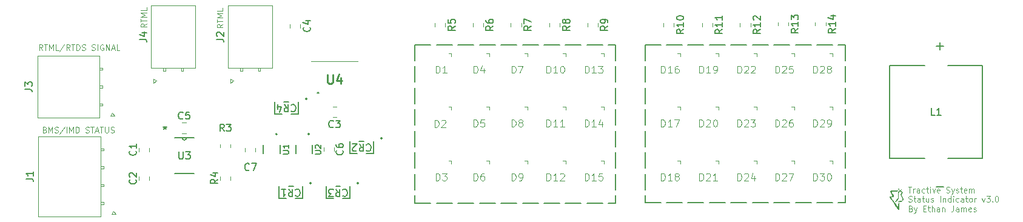
<source format=gbr>
%TF.GenerationSoftware,KiCad,Pcbnew,8.0.9-8.0.9-0~ubuntu25.04.1*%
%TF.CreationDate,2025-05-05T12:51:33-07:00*%
%TF.ProjectId,TSSI,54535349-2e6b-4696-9361-645f70636258,3*%
%TF.SameCoordinates,Original*%
%TF.FileFunction,Legend,Top*%
%TF.FilePolarity,Positive*%
%FSLAX46Y46*%
G04 Gerber Fmt 4.6, Leading zero omitted, Abs format (unit mm)*
G04 Created by KiCad (PCBNEW 8.0.9-8.0.9-0~ubuntu25.04.1) date 2025-05-05 12:51:33*
%MOMM*%
%LPD*%
G01*
G04 APERTURE LIST*
%ADD10C,0.200000*%
%ADD11C,0.125000*%
%ADD12C,0.100000*%
%ADD13C,0.150000*%
%ADD14C,0.254000*%
%ADD15C,0.120000*%
%ADD16C,0.127000*%
%ADD17C,0.152400*%
%ADD18C,0.000000*%
%ADD19C,0.198490*%
G04 APERTURE END LIST*
D10*
X158000000Y-97900000D02*
X158000000Y-100100000D01*
X158000000Y-100900000D02*
X158000000Y-103100000D01*
X158000000Y-103900000D02*
X158000000Y-106100000D01*
X158000000Y-106900000D02*
X158000000Y-109100000D01*
X158000000Y-109900000D02*
X158000000Y-112100000D01*
X158000000Y-112900000D02*
X158000000Y-115100000D01*
X158000000Y-115900000D02*
X158000000Y-118100000D01*
X158000000Y-118900000D02*
X158000000Y-120000000D01*
X130000000Y-97900000D02*
X132200000Y-97900000D01*
X133000000Y-97900000D02*
X135200000Y-97900000D01*
X136000000Y-97900000D02*
X138200000Y-97900000D01*
X139000000Y-97900000D02*
X141200000Y-97900000D01*
X142000000Y-97900000D02*
X144200000Y-97900000D01*
X145000000Y-97900000D02*
X147200000Y-97900000D01*
X148000000Y-97900000D02*
X150200000Y-97900000D01*
X151000000Y-97900000D02*
X153200000Y-97900000D01*
X154000000Y-97900000D02*
X156200000Y-97900000D01*
X157000000Y-97900000D02*
X158000000Y-97900000D01*
X162100000Y-97900000D02*
X164300000Y-97900000D01*
X165100000Y-97900000D02*
X167300000Y-97900000D01*
X168100000Y-97900000D02*
X170300000Y-97900000D01*
X171100000Y-97900000D02*
X173300000Y-97900000D01*
X174100000Y-97900000D02*
X176300000Y-97900000D01*
X177100000Y-97900000D02*
X179300000Y-97900000D01*
X180100000Y-97900000D02*
X182300000Y-97900000D01*
X183100000Y-97900000D02*
X185300000Y-97900000D01*
X186100000Y-97900000D02*
X188300000Y-97900000D01*
X189100000Y-97900000D02*
X190100000Y-97900000D01*
X130000000Y-120000000D02*
X132200000Y-120000000D01*
X133000000Y-120000000D02*
X135200000Y-120000000D01*
X136000000Y-120000000D02*
X138200000Y-120000000D01*
X139000000Y-120000000D02*
X141200000Y-120000000D01*
X142000000Y-120000000D02*
X144200000Y-120000000D01*
X145000000Y-120000000D02*
X147200000Y-120000000D01*
X148000000Y-120000000D02*
X150200000Y-120000000D01*
X151000000Y-120000000D02*
X153200000Y-120000000D01*
X154000000Y-120000000D02*
X156200000Y-120000000D01*
X157000000Y-120000000D02*
X158000000Y-120000000D01*
X162100000Y-97900000D02*
X162100000Y-100100000D01*
X162100000Y-100900000D02*
X162100000Y-103100000D01*
X162100000Y-103900000D02*
X162100000Y-106100000D01*
X162100000Y-106900000D02*
X162100000Y-109100000D01*
X162100000Y-109900000D02*
X162100000Y-112100000D01*
X162100000Y-112900000D02*
X162100000Y-115100000D01*
X162100000Y-115900000D02*
X162100000Y-118100000D01*
X162100000Y-118900000D02*
X162100000Y-119950000D01*
X190100000Y-97900000D02*
X190100000Y-100100000D01*
X190100000Y-100900000D02*
X190100000Y-103100000D01*
X190100000Y-103900000D02*
X190100000Y-106100000D01*
X190100000Y-106900000D02*
X190100000Y-109100000D01*
X190100000Y-109900000D02*
X190100000Y-112100000D01*
X190100000Y-112900000D02*
X190100000Y-115100000D01*
X190100000Y-115900000D02*
X190100000Y-118100000D01*
X190100000Y-118900000D02*
X190100000Y-119950000D01*
X162100000Y-119950000D02*
X164300000Y-119950000D01*
X165100000Y-119950000D02*
X167300000Y-119950000D01*
X168100000Y-119950000D02*
X170300000Y-119950000D01*
X171100000Y-119950000D02*
X173300000Y-119950000D01*
X174100000Y-119950000D02*
X176300000Y-119950000D01*
X177100000Y-119950000D02*
X179300000Y-119950000D01*
X180100000Y-119950000D02*
X182300000Y-119950000D01*
X183100000Y-119950000D02*
X185300000Y-119950000D01*
X186100000Y-119950000D02*
X188300000Y-119950000D01*
X189100000Y-119950000D02*
X190100000Y-119950000D01*
X130000000Y-97900000D02*
X130000000Y-100100000D01*
X130000000Y-100900000D02*
X130000000Y-103100000D01*
X130000000Y-103900000D02*
X130000000Y-106100000D01*
X130000000Y-106900000D02*
X130000000Y-109100000D01*
X130000000Y-109900000D02*
X130000000Y-112100000D01*
X130000000Y-112900000D02*
X130000000Y-115100000D01*
X130000000Y-115900000D02*
X130000000Y-118100000D01*
X130000000Y-118900000D02*
X130000000Y-120000000D01*
D11*
X92526815Y-94939479D02*
X92145862Y-95206146D01*
X92526815Y-95396622D02*
X91726815Y-95396622D01*
X91726815Y-95396622D02*
X91726815Y-95091860D01*
X91726815Y-95091860D02*
X91764910Y-95015670D01*
X91764910Y-95015670D02*
X91803005Y-94977575D01*
X91803005Y-94977575D02*
X91879196Y-94939479D01*
X91879196Y-94939479D02*
X91993481Y-94939479D01*
X91993481Y-94939479D02*
X92069672Y-94977575D01*
X92069672Y-94977575D02*
X92107767Y-95015670D01*
X92107767Y-95015670D02*
X92145862Y-95091860D01*
X92145862Y-95091860D02*
X92145862Y-95396622D01*
X91726815Y-94710908D02*
X91726815Y-94253765D01*
X92526815Y-94482337D02*
X91726815Y-94482337D01*
X92526815Y-93987098D02*
X91726815Y-93987098D01*
X91726815Y-93987098D02*
X92298243Y-93720432D01*
X92298243Y-93720432D02*
X91726815Y-93453765D01*
X91726815Y-93453765D02*
X92526815Y-93453765D01*
X92526815Y-92691860D02*
X92526815Y-93072812D01*
X92526815Y-93072812D02*
X91726815Y-93072812D01*
D12*
X199222931Y-120727847D02*
X199337217Y-120765942D01*
X199337217Y-120765942D02*
X199375312Y-120804038D01*
X199375312Y-120804038D02*
X199413408Y-120880228D01*
X199413408Y-120880228D02*
X199413408Y-120994514D01*
X199413408Y-120994514D02*
X199375312Y-121070704D01*
X199375312Y-121070704D02*
X199337217Y-121108800D01*
X199337217Y-121108800D02*
X199261027Y-121146895D01*
X199261027Y-121146895D02*
X198956265Y-121146895D01*
X198956265Y-121146895D02*
X198956265Y-120346895D01*
X198956265Y-120346895D02*
X199222931Y-120346895D01*
X199222931Y-120346895D02*
X199299122Y-120384990D01*
X199299122Y-120384990D02*
X199337217Y-120423085D01*
X199337217Y-120423085D02*
X199375312Y-120499276D01*
X199375312Y-120499276D02*
X199375312Y-120575466D01*
X199375312Y-120575466D02*
X199337217Y-120651657D01*
X199337217Y-120651657D02*
X199299122Y-120689752D01*
X199299122Y-120689752D02*
X199222931Y-120727847D01*
X199222931Y-120727847D02*
X198956265Y-120727847D01*
X199680074Y-120613561D02*
X199870550Y-121146895D01*
X200061027Y-120613561D02*
X199870550Y-121146895D01*
X199870550Y-121146895D02*
X199794360Y-121337371D01*
X199794360Y-121337371D02*
X199756265Y-121375466D01*
X199756265Y-121375466D02*
X199680074Y-121413561D01*
X200975313Y-120727847D02*
X201241979Y-120727847D01*
X201356265Y-121146895D02*
X200975313Y-121146895D01*
X200975313Y-121146895D02*
X200975313Y-120346895D01*
X200975313Y-120346895D02*
X201356265Y-120346895D01*
X201584837Y-120613561D02*
X201889599Y-120613561D01*
X201699123Y-120346895D02*
X201699123Y-121032609D01*
X201699123Y-121032609D02*
X201737218Y-121108800D01*
X201737218Y-121108800D02*
X201813408Y-121146895D01*
X201813408Y-121146895D02*
X201889599Y-121146895D01*
X202156266Y-121146895D02*
X202156266Y-120346895D01*
X202499123Y-121146895D02*
X202499123Y-120727847D01*
X202499123Y-120727847D02*
X202461028Y-120651657D01*
X202461028Y-120651657D02*
X202384837Y-120613561D01*
X202384837Y-120613561D02*
X202270551Y-120613561D01*
X202270551Y-120613561D02*
X202194361Y-120651657D01*
X202194361Y-120651657D02*
X202156266Y-120689752D01*
X203222933Y-121146895D02*
X203222933Y-120727847D01*
X203222933Y-120727847D02*
X203184838Y-120651657D01*
X203184838Y-120651657D02*
X203108647Y-120613561D01*
X203108647Y-120613561D02*
X202956266Y-120613561D01*
X202956266Y-120613561D02*
X202880076Y-120651657D01*
X203222933Y-121108800D02*
X203146742Y-121146895D01*
X203146742Y-121146895D02*
X202956266Y-121146895D01*
X202956266Y-121146895D02*
X202880076Y-121108800D01*
X202880076Y-121108800D02*
X202841980Y-121032609D01*
X202841980Y-121032609D02*
X202841980Y-120956419D01*
X202841980Y-120956419D02*
X202880076Y-120880228D01*
X202880076Y-120880228D02*
X202956266Y-120842133D01*
X202956266Y-120842133D02*
X203146742Y-120842133D01*
X203146742Y-120842133D02*
X203222933Y-120804038D01*
X203603886Y-120613561D02*
X203603886Y-121146895D01*
X203603886Y-120689752D02*
X203641981Y-120651657D01*
X203641981Y-120651657D02*
X203718171Y-120613561D01*
X203718171Y-120613561D02*
X203832457Y-120613561D01*
X203832457Y-120613561D02*
X203908648Y-120651657D01*
X203908648Y-120651657D02*
X203946743Y-120727847D01*
X203946743Y-120727847D02*
X203946743Y-121146895D01*
X205165791Y-120346895D02*
X205165791Y-120918323D01*
X205165791Y-120918323D02*
X205127696Y-121032609D01*
X205127696Y-121032609D02*
X205051505Y-121108800D01*
X205051505Y-121108800D02*
X204937220Y-121146895D01*
X204937220Y-121146895D02*
X204861029Y-121146895D01*
X205889601Y-121146895D02*
X205889601Y-120727847D01*
X205889601Y-120727847D02*
X205851506Y-120651657D01*
X205851506Y-120651657D02*
X205775315Y-120613561D01*
X205775315Y-120613561D02*
X205622934Y-120613561D01*
X205622934Y-120613561D02*
X205546744Y-120651657D01*
X205889601Y-121108800D02*
X205813410Y-121146895D01*
X205813410Y-121146895D02*
X205622934Y-121146895D01*
X205622934Y-121146895D02*
X205546744Y-121108800D01*
X205546744Y-121108800D02*
X205508648Y-121032609D01*
X205508648Y-121032609D02*
X205508648Y-120956419D01*
X205508648Y-120956419D02*
X205546744Y-120880228D01*
X205546744Y-120880228D02*
X205622934Y-120842133D01*
X205622934Y-120842133D02*
X205813410Y-120842133D01*
X205813410Y-120842133D02*
X205889601Y-120804038D01*
X206270554Y-121146895D02*
X206270554Y-120613561D01*
X206270554Y-120689752D02*
X206308649Y-120651657D01*
X206308649Y-120651657D02*
X206384839Y-120613561D01*
X206384839Y-120613561D02*
X206499125Y-120613561D01*
X206499125Y-120613561D02*
X206575316Y-120651657D01*
X206575316Y-120651657D02*
X206613411Y-120727847D01*
X206613411Y-120727847D02*
X206613411Y-121146895D01*
X206613411Y-120727847D02*
X206651506Y-120651657D01*
X206651506Y-120651657D02*
X206727697Y-120613561D01*
X206727697Y-120613561D02*
X206841982Y-120613561D01*
X206841982Y-120613561D02*
X206918173Y-120651657D01*
X206918173Y-120651657D02*
X206956268Y-120727847D01*
X206956268Y-120727847D02*
X206956268Y-121146895D01*
X207641983Y-121108800D02*
X207565792Y-121146895D01*
X207565792Y-121146895D02*
X207413411Y-121146895D01*
X207413411Y-121146895D02*
X207337221Y-121108800D01*
X207337221Y-121108800D02*
X207299125Y-121032609D01*
X207299125Y-121032609D02*
X207299125Y-120727847D01*
X207299125Y-120727847D02*
X207337221Y-120651657D01*
X207337221Y-120651657D02*
X207413411Y-120613561D01*
X207413411Y-120613561D02*
X207565792Y-120613561D01*
X207565792Y-120613561D02*
X207641983Y-120651657D01*
X207641983Y-120651657D02*
X207680078Y-120727847D01*
X207680078Y-120727847D02*
X207680078Y-120804038D01*
X207680078Y-120804038D02*
X207299125Y-120880228D01*
X207984839Y-121108800D02*
X208061030Y-121146895D01*
X208061030Y-121146895D02*
X208213411Y-121146895D01*
X208213411Y-121146895D02*
X208289601Y-121108800D01*
X208289601Y-121108800D02*
X208327697Y-121032609D01*
X208327697Y-121032609D02*
X208327697Y-120994514D01*
X208327697Y-120994514D02*
X208289601Y-120918323D01*
X208289601Y-120918323D02*
X208213411Y-120880228D01*
X208213411Y-120880228D02*
X208099125Y-120880228D01*
X208099125Y-120880228D02*
X208022935Y-120842133D01*
X208022935Y-120842133D02*
X207984839Y-120765942D01*
X207984839Y-120765942D02*
X207984839Y-120727847D01*
X207984839Y-120727847D02*
X208022935Y-120651657D01*
X208022935Y-120651657D02*
X208099125Y-120613561D01*
X208099125Y-120613561D02*
X208213411Y-120613561D01*
X208213411Y-120613561D02*
X208289601Y-120651657D01*
D11*
X103145595Y-95020144D02*
X102764642Y-95286811D01*
X103145595Y-95477287D02*
X102345595Y-95477287D01*
X102345595Y-95477287D02*
X102345595Y-95172525D01*
X102345595Y-95172525D02*
X102383690Y-95096335D01*
X102383690Y-95096335D02*
X102421785Y-95058240D01*
X102421785Y-95058240D02*
X102497976Y-95020144D01*
X102497976Y-95020144D02*
X102612261Y-95020144D01*
X102612261Y-95020144D02*
X102688452Y-95058240D01*
X102688452Y-95058240D02*
X102726547Y-95096335D01*
X102726547Y-95096335D02*
X102764642Y-95172525D01*
X102764642Y-95172525D02*
X102764642Y-95477287D01*
X102345595Y-94791573D02*
X102345595Y-94334430D01*
X103145595Y-94563002D02*
X102345595Y-94563002D01*
X103145595Y-94067763D02*
X102345595Y-94067763D01*
X102345595Y-94067763D02*
X102917023Y-93801097D01*
X102917023Y-93801097D02*
X102345595Y-93534430D01*
X102345595Y-93534430D02*
X103145595Y-93534430D01*
X103145595Y-92772525D02*
X103145595Y-93153477D01*
X103145595Y-93153477D02*
X102345595Y-93153477D01*
X78289378Y-109726547D02*
X78403664Y-109764642D01*
X78403664Y-109764642D02*
X78441759Y-109802738D01*
X78441759Y-109802738D02*
X78479855Y-109878928D01*
X78479855Y-109878928D02*
X78479855Y-109993214D01*
X78479855Y-109993214D02*
X78441759Y-110069404D01*
X78441759Y-110069404D02*
X78403664Y-110107500D01*
X78403664Y-110107500D02*
X78327474Y-110145595D01*
X78327474Y-110145595D02*
X78022712Y-110145595D01*
X78022712Y-110145595D02*
X78022712Y-109345595D01*
X78022712Y-109345595D02*
X78289378Y-109345595D01*
X78289378Y-109345595D02*
X78365569Y-109383690D01*
X78365569Y-109383690D02*
X78403664Y-109421785D01*
X78403664Y-109421785D02*
X78441759Y-109497976D01*
X78441759Y-109497976D02*
X78441759Y-109574166D01*
X78441759Y-109574166D02*
X78403664Y-109650357D01*
X78403664Y-109650357D02*
X78365569Y-109688452D01*
X78365569Y-109688452D02*
X78289378Y-109726547D01*
X78289378Y-109726547D02*
X78022712Y-109726547D01*
X78822712Y-110145595D02*
X78822712Y-109345595D01*
X78822712Y-109345595D02*
X79089378Y-109917023D01*
X79089378Y-109917023D02*
X79356045Y-109345595D01*
X79356045Y-109345595D02*
X79356045Y-110145595D01*
X79698902Y-110107500D02*
X79813188Y-110145595D01*
X79813188Y-110145595D02*
X80003664Y-110145595D01*
X80003664Y-110145595D02*
X80079855Y-110107500D01*
X80079855Y-110107500D02*
X80117950Y-110069404D01*
X80117950Y-110069404D02*
X80156045Y-109993214D01*
X80156045Y-109993214D02*
X80156045Y-109917023D01*
X80156045Y-109917023D02*
X80117950Y-109840833D01*
X80117950Y-109840833D02*
X80079855Y-109802738D01*
X80079855Y-109802738D02*
X80003664Y-109764642D01*
X80003664Y-109764642D02*
X79851283Y-109726547D01*
X79851283Y-109726547D02*
X79775093Y-109688452D01*
X79775093Y-109688452D02*
X79736998Y-109650357D01*
X79736998Y-109650357D02*
X79698902Y-109574166D01*
X79698902Y-109574166D02*
X79698902Y-109497976D01*
X79698902Y-109497976D02*
X79736998Y-109421785D01*
X79736998Y-109421785D02*
X79775093Y-109383690D01*
X79775093Y-109383690D02*
X79851283Y-109345595D01*
X79851283Y-109345595D02*
X80041760Y-109345595D01*
X80041760Y-109345595D02*
X80156045Y-109383690D01*
X81070331Y-109307500D02*
X80384617Y-110336071D01*
X81336998Y-110145595D02*
X81336998Y-109345595D01*
X81717950Y-110145595D02*
X81717950Y-109345595D01*
X81717950Y-109345595D02*
X81984616Y-109917023D01*
X81984616Y-109917023D02*
X82251283Y-109345595D01*
X82251283Y-109345595D02*
X82251283Y-110145595D01*
X82632236Y-110145595D02*
X82632236Y-109345595D01*
X82632236Y-109345595D02*
X82822712Y-109345595D01*
X82822712Y-109345595D02*
X82936998Y-109383690D01*
X82936998Y-109383690D02*
X83013188Y-109459880D01*
X83013188Y-109459880D02*
X83051283Y-109536071D01*
X83051283Y-109536071D02*
X83089379Y-109688452D01*
X83089379Y-109688452D02*
X83089379Y-109802738D01*
X83089379Y-109802738D02*
X83051283Y-109955119D01*
X83051283Y-109955119D02*
X83013188Y-110031309D01*
X83013188Y-110031309D02*
X82936998Y-110107500D01*
X82936998Y-110107500D02*
X82822712Y-110145595D01*
X82822712Y-110145595D02*
X82632236Y-110145595D01*
X84003664Y-110107500D02*
X84117950Y-110145595D01*
X84117950Y-110145595D02*
X84308426Y-110145595D01*
X84308426Y-110145595D02*
X84384617Y-110107500D01*
X84384617Y-110107500D02*
X84422712Y-110069404D01*
X84422712Y-110069404D02*
X84460807Y-109993214D01*
X84460807Y-109993214D02*
X84460807Y-109917023D01*
X84460807Y-109917023D02*
X84422712Y-109840833D01*
X84422712Y-109840833D02*
X84384617Y-109802738D01*
X84384617Y-109802738D02*
X84308426Y-109764642D01*
X84308426Y-109764642D02*
X84156045Y-109726547D01*
X84156045Y-109726547D02*
X84079855Y-109688452D01*
X84079855Y-109688452D02*
X84041760Y-109650357D01*
X84041760Y-109650357D02*
X84003664Y-109574166D01*
X84003664Y-109574166D02*
X84003664Y-109497976D01*
X84003664Y-109497976D02*
X84041760Y-109421785D01*
X84041760Y-109421785D02*
X84079855Y-109383690D01*
X84079855Y-109383690D02*
X84156045Y-109345595D01*
X84156045Y-109345595D02*
X84346522Y-109345595D01*
X84346522Y-109345595D02*
X84460807Y-109383690D01*
X84689379Y-109345595D02*
X85146522Y-109345595D01*
X84917950Y-110145595D02*
X84917950Y-109345595D01*
X85375093Y-109917023D02*
X85756046Y-109917023D01*
X85298903Y-110145595D02*
X85565570Y-109345595D01*
X85565570Y-109345595D02*
X85832236Y-110145595D01*
X85984617Y-109345595D02*
X86441760Y-109345595D01*
X86213188Y-110145595D02*
X86213188Y-109345595D01*
X86708427Y-109345595D02*
X86708427Y-109993214D01*
X86708427Y-109993214D02*
X86746522Y-110069404D01*
X86746522Y-110069404D02*
X86784617Y-110107500D01*
X86784617Y-110107500D02*
X86860808Y-110145595D01*
X86860808Y-110145595D02*
X87013189Y-110145595D01*
X87013189Y-110145595D02*
X87089379Y-110107500D01*
X87089379Y-110107500D02*
X87127474Y-110069404D01*
X87127474Y-110069404D02*
X87165570Y-109993214D01*
X87165570Y-109993214D02*
X87165570Y-109345595D01*
X87508426Y-110107500D02*
X87622712Y-110145595D01*
X87622712Y-110145595D02*
X87813188Y-110145595D01*
X87813188Y-110145595D02*
X87889379Y-110107500D01*
X87889379Y-110107500D02*
X87927474Y-110069404D01*
X87927474Y-110069404D02*
X87965569Y-109993214D01*
X87965569Y-109993214D02*
X87965569Y-109917023D01*
X87965569Y-109917023D02*
X87927474Y-109840833D01*
X87927474Y-109840833D02*
X87889379Y-109802738D01*
X87889379Y-109802738D02*
X87813188Y-109764642D01*
X87813188Y-109764642D02*
X87660807Y-109726547D01*
X87660807Y-109726547D02*
X87584617Y-109688452D01*
X87584617Y-109688452D02*
X87546522Y-109650357D01*
X87546522Y-109650357D02*
X87508426Y-109574166D01*
X87508426Y-109574166D02*
X87508426Y-109497976D01*
X87508426Y-109497976D02*
X87546522Y-109421785D01*
X87546522Y-109421785D02*
X87584617Y-109383690D01*
X87584617Y-109383690D02*
X87660807Y-109345595D01*
X87660807Y-109345595D02*
X87851284Y-109345595D01*
X87851284Y-109345595D02*
X87965569Y-109383690D01*
X77979855Y-98645595D02*
X77713188Y-98264642D01*
X77522712Y-98645595D02*
X77522712Y-97845595D01*
X77522712Y-97845595D02*
X77827474Y-97845595D01*
X77827474Y-97845595D02*
X77903664Y-97883690D01*
X77903664Y-97883690D02*
X77941759Y-97921785D01*
X77941759Y-97921785D02*
X77979855Y-97997976D01*
X77979855Y-97997976D02*
X77979855Y-98112261D01*
X77979855Y-98112261D02*
X77941759Y-98188452D01*
X77941759Y-98188452D02*
X77903664Y-98226547D01*
X77903664Y-98226547D02*
X77827474Y-98264642D01*
X77827474Y-98264642D02*
X77522712Y-98264642D01*
X78208426Y-97845595D02*
X78665569Y-97845595D01*
X78436997Y-98645595D02*
X78436997Y-97845595D01*
X78932236Y-98645595D02*
X78932236Y-97845595D01*
X78932236Y-97845595D02*
X79198902Y-98417023D01*
X79198902Y-98417023D02*
X79465569Y-97845595D01*
X79465569Y-97845595D02*
X79465569Y-98645595D01*
X80227474Y-98645595D02*
X79846522Y-98645595D01*
X79846522Y-98645595D02*
X79846522Y-97845595D01*
X81065569Y-97807500D02*
X80379855Y-98836071D01*
X81789379Y-98645595D02*
X81522712Y-98264642D01*
X81332236Y-98645595D02*
X81332236Y-97845595D01*
X81332236Y-97845595D02*
X81636998Y-97845595D01*
X81636998Y-97845595D02*
X81713188Y-97883690D01*
X81713188Y-97883690D02*
X81751283Y-97921785D01*
X81751283Y-97921785D02*
X81789379Y-97997976D01*
X81789379Y-97997976D02*
X81789379Y-98112261D01*
X81789379Y-98112261D02*
X81751283Y-98188452D01*
X81751283Y-98188452D02*
X81713188Y-98226547D01*
X81713188Y-98226547D02*
X81636998Y-98264642D01*
X81636998Y-98264642D02*
X81332236Y-98264642D01*
X82017950Y-97845595D02*
X82475093Y-97845595D01*
X82246521Y-98645595D02*
X82246521Y-97845595D01*
X82741760Y-98645595D02*
X82741760Y-97845595D01*
X82741760Y-97845595D02*
X82932236Y-97845595D01*
X82932236Y-97845595D02*
X83046522Y-97883690D01*
X83046522Y-97883690D02*
X83122712Y-97959880D01*
X83122712Y-97959880D02*
X83160807Y-98036071D01*
X83160807Y-98036071D02*
X83198903Y-98188452D01*
X83198903Y-98188452D02*
X83198903Y-98302738D01*
X83198903Y-98302738D02*
X83160807Y-98455119D01*
X83160807Y-98455119D02*
X83122712Y-98531309D01*
X83122712Y-98531309D02*
X83046522Y-98607500D01*
X83046522Y-98607500D02*
X82932236Y-98645595D01*
X82932236Y-98645595D02*
X82741760Y-98645595D01*
X83503664Y-98607500D02*
X83617950Y-98645595D01*
X83617950Y-98645595D02*
X83808426Y-98645595D01*
X83808426Y-98645595D02*
X83884617Y-98607500D01*
X83884617Y-98607500D02*
X83922712Y-98569404D01*
X83922712Y-98569404D02*
X83960807Y-98493214D01*
X83960807Y-98493214D02*
X83960807Y-98417023D01*
X83960807Y-98417023D02*
X83922712Y-98340833D01*
X83922712Y-98340833D02*
X83884617Y-98302738D01*
X83884617Y-98302738D02*
X83808426Y-98264642D01*
X83808426Y-98264642D02*
X83656045Y-98226547D01*
X83656045Y-98226547D02*
X83579855Y-98188452D01*
X83579855Y-98188452D02*
X83541760Y-98150357D01*
X83541760Y-98150357D02*
X83503664Y-98074166D01*
X83503664Y-98074166D02*
X83503664Y-97997976D01*
X83503664Y-97997976D02*
X83541760Y-97921785D01*
X83541760Y-97921785D02*
X83579855Y-97883690D01*
X83579855Y-97883690D02*
X83656045Y-97845595D01*
X83656045Y-97845595D02*
X83846522Y-97845595D01*
X83846522Y-97845595D02*
X83960807Y-97883690D01*
X84875093Y-98607500D02*
X84989379Y-98645595D01*
X84989379Y-98645595D02*
X85179855Y-98645595D01*
X85179855Y-98645595D02*
X85256046Y-98607500D01*
X85256046Y-98607500D02*
X85294141Y-98569404D01*
X85294141Y-98569404D02*
X85332236Y-98493214D01*
X85332236Y-98493214D02*
X85332236Y-98417023D01*
X85332236Y-98417023D02*
X85294141Y-98340833D01*
X85294141Y-98340833D02*
X85256046Y-98302738D01*
X85256046Y-98302738D02*
X85179855Y-98264642D01*
X85179855Y-98264642D02*
X85027474Y-98226547D01*
X85027474Y-98226547D02*
X84951284Y-98188452D01*
X84951284Y-98188452D02*
X84913189Y-98150357D01*
X84913189Y-98150357D02*
X84875093Y-98074166D01*
X84875093Y-98074166D02*
X84875093Y-97997976D01*
X84875093Y-97997976D02*
X84913189Y-97921785D01*
X84913189Y-97921785D02*
X84951284Y-97883690D01*
X84951284Y-97883690D02*
X85027474Y-97845595D01*
X85027474Y-97845595D02*
X85217951Y-97845595D01*
X85217951Y-97845595D02*
X85332236Y-97883690D01*
X85675094Y-98645595D02*
X85675094Y-97845595D01*
X86475093Y-97883690D02*
X86398903Y-97845595D01*
X86398903Y-97845595D02*
X86284617Y-97845595D01*
X86284617Y-97845595D02*
X86170331Y-97883690D01*
X86170331Y-97883690D02*
X86094141Y-97959880D01*
X86094141Y-97959880D02*
X86056046Y-98036071D01*
X86056046Y-98036071D02*
X86017950Y-98188452D01*
X86017950Y-98188452D02*
X86017950Y-98302738D01*
X86017950Y-98302738D02*
X86056046Y-98455119D01*
X86056046Y-98455119D02*
X86094141Y-98531309D01*
X86094141Y-98531309D02*
X86170331Y-98607500D01*
X86170331Y-98607500D02*
X86284617Y-98645595D01*
X86284617Y-98645595D02*
X86360808Y-98645595D01*
X86360808Y-98645595D02*
X86475093Y-98607500D01*
X86475093Y-98607500D02*
X86513189Y-98569404D01*
X86513189Y-98569404D02*
X86513189Y-98302738D01*
X86513189Y-98302738D02*
X86360808Y-98302738D01*
X86856046Y-98645595D02*
X86856046Y-97845595D01*
X86856046Y-97845595D02*
X87313189Y-98645595D01*
X87313189Y-98645595D02*
X87313189Y-97845595D01*
X87656045Y-98417023D02*
X88036998Y-98417023D01*
X87579855Y-98645595D02*
X87846522Y-97845595D01*
X87846522Y-97845595D02*
X88113188Y-98645595D01*
X88760807Y-98645595D02*
X88379855Y-98645595D01*
X88379855Y-98645595D02*
X88379855Y-97845595D01*
D12*
X198841979Y-117733940D02*
X199299122Y-117733940D01*
X199070550Y-118533940D02*
X199070550Y-117733940D01*
X199565789Y-118533940D02*
X199565789Y-118000606D01*
X199565789Y-118152987D02*
X199603884Y-118076797D01*
X199603884Y-118076797D02*
X199641979Y-118038702D01*
X199641979Y-118038702D02*
X199718170Y-118000606D01*
X199718170Y-118000606D02*
X199794360Y-118000606D01*
X200403884Y-118533940D02*
X200403884Y-118114892D01*
X200403884Y-118114892D02*
X200365789Y-118038702D01*
X200365789Y-118038702D02*
X200289598Y-118000606D01*
X200289598Y-118000606D02*
X200137217Y-118000606D01*
X200137217Y-118000606D02*
X200061027Y-118038702D01*
X200403884Y-118495845D02*
X200327693Y-118533940D01*
X200327693Y-118533940D02*
X200137217Y-118533940D01*
X200137217Y-118533940D02*
X200061027Y-118495845D01*
X200061027Y-118495845D02*
X200022931Y-118419654D01*
X200022931Y-118419654D02*
X200022931Y-118343464D01*
X200022931Y-118343464D02*
X200061027Y-118267273D01*
X200061027Y-118267273D02*
X200137217Y-118229178D01*
X200137217Y-118229178D02*
X200327693Y-118229178D01*
X200327693Y-118229178D02*
X200403884Y-118191083D01*
X201127694Y-118495845D02*
X201051503Y-118533940D01*
X201051503Y-118533940D02*
X200899122Y-118533940D01*
X200899122Y-118533940D02*
X200822932Y-118495845D01*
X200822932Y-118495845D02*
X200784837Y-118457749D01*
X200784837Y-118457749D02*
X200746741Y-118381559D01*
X200746741Y-118381559D02*
X200746741Y-118152987D01*
X200746741Y-118152987D02*
X200784837Y-118076797D01*
X200784837Y-118076797D02*
X200822932Y-118038702D01*
X200822932Y-118038702D02*
X200899122Y-118000606D01*
X200899122Y-118000606D02*
X201051503Y-118000606D01*
X201051503Y-118000606D02*
X201127694Y-118038702D01*
X201356265Y-118000606D02*
X201661027Y-118000606D01*
X201470551Y-117733940D02*
X201470551Y-118419654D01*
X201470551Y-118419654D02*
X201508646Y-118495845D01*
X201508646Y-118495845D02*
X201584836Y-118533940D01*
X201584836Y-118533940D02*
X201661027Y-118533940D01*
X201927694Y-118533940D02*
X201927694Y-118000606D01*
X201927694Y-117733940D02*
X201889598Y-117772035D01*
X201889598Y-117772035D02*
X201927694Y-117810130D01*
X201927694Y-117810130D02*
X201965789Y-117772035D01*
X201965789Y-117772035D02*
X201927694Y-117733940D01*
X201927694Y-117733940D02*
X201927694Y-117810130D01*
X202232455Y-118000606D02*
X202422931Y-118533940D01*
X202422931Y-118533940D02*
X202613408Y-118000606D01*
X203222932Y-118495845D02*
X203146741Y-118533940D01*
X203146741Y-118533940D02*
X202994360Y-118533940D01*
X202994360Y-118533940D02*
X202918170Y-118495845D01*
X202918170Y-118495845D02*
X202880074Y-118419654D01*
X202880074Y-118419654D02*
X202880074Y-118114892D01*
X202880074Y-118114892D02*
X202918170Y-118038702D01*
X202918170Y-118038702D02*
X202994360Y-118000606D01*
X202994360Y-118000606D02*
X203146741Y-118000606D01*
X203146741Y-118000606D02*
X203222932Y-118038702D01*
X203222932Y-118038702D02*
X203261027Y-118114892D01*
X203261027Y-118114892D02*
X203261027Y-118191083D01*
X203261027Y-118191083D02*
X202880074Y-118267273D01*
X204175312Y-118495845D02*
X204289598Y-118533940D01*
X204289598Y-118533940D02*
X204480074Y-118533940D01*
X204480074Y-118533940D02*
X204556265Y-118495845D01*
X204556265Y-118495845D02*
X204594360Y-118457749D01*
X204594360Y-118457749D02*
X204632455Y-118381559D01*
X204632455Y-118381559D02*
X204632455Y-118305368D01*
X204632455Y-118305368D02*
X204594360Y-118229178D01*
X204594360Y-118229178D02*
X204556265Y-118191083D01*
X204556265Y-118191083D02*
X204480074Y-118152987D01*
X204480074Y-118152987D02*
X204327693Y-118114892D01*
X204327693Y-118114892D02*
X204251503Y-118076797D01*
X204251503Y-118076797D02*
X204213408Y-118038702D01*
X204213408Y-118038702D02*
X204175312Y-117962511D01*
X204175312Y-117962511D02*
X204175312Y-117886321D01*
X204175312Y-117886321D02*
X204213408Y-117810130D01*
X204213408Y-117810130D02*
X204251503Y-117772035D01*
X204251503Y-117772035D02*
X204327693Y-117733940D01*
X204327693Y-117733940D02*
X204518170Y-117733940D01*
X204518170Y-117733940D02*
X204632455Y-117772035D01*
X204899122Y-118000606D02*
X205089598Y-118533940D01*
X205280075Y-118000606D02*
X205089598Y-118533940D01*
X205089598Y-118533940D02*
X205013408Y-118724416D01*
X205013408Y-118724416D02*
X204975313Y-118762511D01*
X204975313Y-118762511D02*
X204899122Y-118800606D01*
X205546741Y-118495845D02*
X205622932Y-118533940D01*
X205622932Y-118533940D02*
X205775313Y-118533940D01*
X205775313Y-118533940D02*
X205851503Y-118495845D01*
X205851503Y-118495845D02*
X205889599Y-118419654D01*
X205889599Y-118419654D02*
X205889599Y-118381559D01*
X205889599Y-118381559D02*
X205851503Y-118305368D01*
X205851503Y-118305368D02*
X205775313Y-118267273D01*
X205775313Y-118267273D02*
X205661027Y-118267273D01*
X205661027Y-118267273D02*
X205584837Y-118229178D01*
X205584837Y-118229178D02*
X205546741Y-118152987D01*
X205546741Y-118152987D02*
X205546741Y-118114892D01*
X205546741Y-118114892D02*
X205584837Y-118038702D01*
X205584837Y-118038702D02*
X205661027Y-118000606D01*
X205661027Y-118000606D02*
X205775313Y-118000606D01*
X205775313Y-118000606D02*
X205851503Y-118038702D01*
X206118170Y-118000606D02*
X206422932Y-118000606D01*
X206232456Y-117733940D02*
X206232456Y-118419654D01*
X206232456Y-118419654D02*
X206270551Y-118495845D01*
X206270551Y-118495845D02*
X206346741Y-118533940D01*
X206346741Y-118533940D02*
X206422932Y-118533940D01*
X206994361Y-118495845D02*
X206918170Y-118533940D01*
X206918170Y-118533940D02*
X206765789Y-118533940D01*
X206765789Y-118533940D02*
X206689599Y-118495845D01*
X206689599Y-118495845D02*
X206651503Y-118419654D01*
X206651503Y-118419654D02*
X206651503Y-118114892D01*
X206651503Y-118114892D02*
X206689599Y-118038702D01*
X206689599Y-118038702D02*
X206765789Y-118000606D01*
X206765789Y-118000606D02*
X206918170Y-118000606D01*
X206918170Y-118000606D02*
X206994361Y-118038702D01*
X206994361Y-118038702D02*
X207032456Y-118114892D01*
X207032456Y-118114892D02*
X207032456Y-118191083D01*
X207032456Y-118191083D02*
X206651503Y-118267273D01*
X207375313Y-118533940D02*
X207375313Y-118000606D01*
X207375313Y-118076797D02*
X207413408Y-118038702D01*
X207413408Y-118038702D02*
X207489598Y-118000606D01*
X207489598Y-118000606D02*
X207603884Y-118000606D01*
X207603884Y-118000606D02*
X207680075Y-118038702D01*
X207680075Y-118038702D02*
X207718170Y-118114892D01*
X207718170Y-118114892D02*
X207718170Y-118533940D01*
X207718170Y-118114892D02*
X207756265Y-118038702D01*
X207756265Y-118038702D02*
X207832456Y-118000606D01*
X207832456Y-118000606D02*
X207946741Y-118000606D01*
X207946741Y-118000606D02*
X208022932Y-118038702D01*
X208022932Y-118038702D02*
X208061027Y-118114892D01*
X208061027Y-118114892D02*
X208061027Y-118533940D01*
X198918169Y-119783800D02*
X199032455Y-119821895D01*
X199032455Y-119821895D02*
X199222931Y-119821895D01*
X199222931Y-119821895D02*
X199299122Y-119783800D01*
X199299122Y-119783800D02*
X199337217Y-119745704D01*
X199337217Y-119745704D02*
X199375312Y-119669514D01*
X199375312Y-119669514D02*
X199375312Y-119593323D01*
X199375312Y-119593323D02*
X199337217Y-119517133D01*
X199337217Y-119517133D02*
X199299122Y-119479038D01*
X199299122Y-119479038D02*
X199222931Y-119440942D01*
X199222931Y-119440942D02*
X199070550Y-119402847D01*
X199070550Y-119402847D02*
X198994360Y-119364752D01*
X198994360Y-119364752D02*
X198956265Y-119326657D01*
X198956265Y-119326657D02*
X198918169Y-119250466D01*
X198918169Y-119250466D02*
X198918169Y-119174276D01*
X198918169Y-119174276D02*
X198956265Y-119098085D01*
X198956265Y-119098085D02*
X198994360Y-119059990D01*
X198994360Y-119059990D02*
X199070550Y-119021895D01*
X199070550Y-119021895D02*
X199261027Y-119021895D01*
X199261027Y-119021895D02*
X199375312Y-119059990D01*
X199603884Y-119288561D02*
X199908646Y-119288561D01*
X199718170Y-119021895D02*
X199718170Y-119707609D01*
X199718170Y-119707609D02*
X199756265Y-119783800D01*
X199756265Y-119783800D02*
X199832455Y-119821895D01*
X199832455Y-119821895D02*
X199908646Y-119821895D01*
X200518170Y-119821895D02*
X200518170Y-119402847D01*
X200518170Y-119402847D02*
X200480075Y-119326657D01*
X200480075Y-119326657D02*
X200403884Y-119288561D01*
X200403884Y-119288561D02*
X200251503Y-119288561D01*
X200251503Y-119288561D02*
X200175313Y-119326657D01*
X200518170Y-119783800D02*
X200441979Y-119821895D01*
X200441979Y-119821895D02*
X200251503Y-119821895D01*
X200251503Y-119821895D02*
X200175313Y-119783800D01*
X200175313Y-119783800D02*
X200137217Y-119707609D01*
X200137217Y-119707609D02*
X200137217Y-119631419D01*
X200137217Y-119631419D02*
X200175313Y-119555228D01*
X200175313Y-119555228D02*
X200251503Y-119517133D01*
X200251503Y-119517133D02*
X200441979Y-119517133D01*
X200441979Y-119517133D02*
X200518170Y-119479038D01*
X200784837Y-119288561D02*
X201089599Y-119288561D01*
X200899123Y-119021895D02*
X200899123Y-119707609D01*
X200899123Y-119707609D02*
X200937218Y-119783800D01*
X200937218Y-119783800D02*
X201013408Y-119821895D01*
X201013408Y-119821895D02*
X201089599Y-119821895D01*
X201699123Y-119288561D02*
X201699123Y-119821895D01*
X201356266Y-119288561D02*
X201356266Y-119707609D01*
X201356266Y-119707609D02*
X201394361Y-119783800D01*
X201394361Y-119783800D02*
X201470551Y-119821895D01*
X201470551Y-119821895D02*
X201584837Y-119821895D01*
X201584837Y-119821895D02*
X201661028Y-119783800D01*
X201661028Y-119783800D02*
X201699123Y-119745704D01*
X202041980Y-119783800D02*
X202118171Y-119821895D01*
X202118171Y-119821895D02*
X202270552Y-119821895D01*
X202270552Y-119821895D02*
X202346742Y-119783800D01*
X202346742Y-119783800D02*
X202384838Y-119707609D01*
X202384838Y-119707609D02*
X202384838Y-119669514D01*
X202384838Y-119669514D02*
X202346742Y-119593323D01*
X202346742Y-119593323D02*
X202270552Y-119555228D01*
X202270552Y-119555228D02*
X202156266Y-119555228D01*
X202156266Y-119555228D02*
X202080076Y-119517133D01*
X202080076Y-119517133D02*
X202041980Y-119440942D01*
X202041980Y-119440942D02*
X202041980Y-119402847D01*
X202041980Y-119402847D02*
X202080076Y-119326657D01*
X202080076Y-119326657D02*
X202156266Y-119288561D01*
X202156266Y-119288561D02*
X202270552Y-119288561D01*
X202270552Y-119288561D02*
X202346742Y-119326657D01*
X203337219Y-119821895D02*
X203337219Y-119021895D01*
X203718171Y-119288561D02*
X203718171Y-119821895D01*
X203718171Y-119364752D02*
X203756266Y-119326657D01*
X203756266Y-119326657D02*
X203832456Y-119288561D01*
X203832456Y-119288561D02*
X203946742Y-119288561D01*
X203946742Y-119288561D02*
X204022933Y-119326657D01*
X204022933Y-119326657D02*
X204061028Y-119402847D01*
X204061028Y-119402847D02*
X204061028Y-119821895D01*
X204784838Y-119821895D02*
X204784838Y-119021895D01*
X204784838Y-119783800D02*
X204708647Y-119821895D01*
X204708647Y-119821895D02*
X204556266Y-119821895D01*
X204556266Y-119821895D02*
X204480076Y-119783800D01*
X204480076Y-119783800D02*
X204441981Y-119745704D01*
X204441981Y-119745704D02*
X204403885Y-119669514D01*
X204403885Y-119669514D02*
X204403885Y-119440942D01*
X204403885Y-119440942D02*
X204441981Y-119364752D01*
X204441981Y-119364752D02*
X204480076Y-119326657D01*
X204480076Y-119326657D02*
X204556266Y-119288561D01*
X204556266Y-119288561D02*
X204708647Y-119288561D01*
X204708647Y-119288561D02*
X204784838Y-119326657D01*
X205165791Y-119821895D02*
X205165791Y-119288561D01*
X205165791Y-119021895D02*
X205127695Y-119059990D01*
X205127695Y-119059990D02*
X205165791Y-119098085D01*
X205165791Y-119098085D02*
X205203886Y-119059990D01*
X205203886Y-119059990D02*
X205165791Y-119021895D01*
X205165791Y-119021895D02*
X205165791Y-119098085D01*
X205889600Y-119783800D02*
X205813409Y-119821895D01*
X205813409Y-119821895D02*
X205661028Y-119821895D01*
X205661028Y-119821895D02*
X205584838Y-119783800D01*
X205584838Y-119783800D02*
X205546743Y-119745704D01*
X205546743Y-119745704D02*
X205508647Y-119669514D01*
X205508647Y-119669514D02*
X205508647Y-119440942D01*
X205508647Y-119440942D02*
X205546743Y-119364752D01*
X205546743Y-119364752D02*
X205584838Y-119326657D01*
X205584838Y-119326657D02*
X205661028Y-119288561D01*
X205661028Y-119288561D02*
X205813409Y-119288561D01*
X205813409Y-119288561D02*
X205889600Y-119326657D01*
X206575314Y-119821895D02*
X206575314Y-119402847D01*
X206575314Y-119402847D02*
X206537219Y-119326657D01*
X206537219Y-119326657D02*
X206461028Y-119288561D01*
X206461028Y-119288561D02*
X206308647Y-119288561D01*
X206308647Y-119288561D02*
X206232457Y-119326657D01*
X206575314Y-119783800D02*
X206499123Y-119821895D01*
X206499123Y-119821895D02*
X206308647Y-119821895D01*
X206308647Y-119821895D02*
X206232457Y-119783800D01*
X206232457Y-119783800D02*
X206194361Y-119707609D01*
X206194361Y-119707609D02*
X206194361Y-119631419D01*
X206194361Y-119631419D02*
X206232457Y-119555228D01*
X206232457Y-119555228D02*
X206308647Y-119517133D01*
X206308647Y-119517133D02*
X206499123Y-119517133D01*
X206499123Y-119517133D02*
X206575314Y-119479038D01*
X206841981Y-119288561D02*
X207146743Y-119288561D01*
X206956267Y-119021895D02*
X206956267Y-119707609D01*
X206956267Y-119707609D02*
X206994362Y-119783800D01*
X206994362Y-119783800D02*
X207070552Y-119821895D01*
X207070552Y-119821895D02*
X207146743Y-119821895D01*
X207527695Y-119821895D02*
X207451505Y-119783800D01*
X207451505Y-119783800D02*
X207413410Y-119745704D01*
X207413410Y-119745704D02*
X207375314Y-119669514D01*
X207375314Y-119669514D02*
X207375314Y-119440942D01*
X207375314Y-119440942D02*
X207413410Y-119364752D01*
X207413410Y-119364752D02*
X207451505Y-119326657D01*
X207451505Y-119326657D02*
X207527695Y-119288561D01*
X207527695Y-119288561D02*
X207641981Y-119288561D01*
X207641981Y-119288561D02*
X207718172Y-119326657D01*
X207718172Y-119326657D02*
X207756267Y-119364752D01*
X207756267Y-119364752D02*
X207794362Y-119440942D01*
X207794362Y-119440942D02*
X207794362Y-119669514D01*
X207794362Y-119669514D02*
X207756267Y-119745704D01*
X207756267Y-119745704D02*
X207718172Y-119783800D01*
X207718172Y-119783800D02*
X207641981Y-119821895D01*
X207641981Y-119821895D02*
X207527695Y-119821895D01*
X208137220Y-119821895D02*
X208137220Y-119288561D01*
X208137220Y-119440942D02*
X208175315Y-119364752D01*
X208175315Y-119364752D02*
X208213410Y-119326657D01*
X208213410Y-119326657D02*
X208289601Y-119288561D01*
X208289601Y-119288561D02*
X208365791Y-119288561D01*
X209165791Y-119288561D02*
X209356267Y-119821895D01*
X209356267Y-119821895D02*
X209546744Y-119288561D01*
X209775315Y-119021895D02*
X210270553Y-119021895D01*
X210270553Y-119021895D02*
X210003887Y-119326657D01*
X210003887Y-119326657D02*
X210118172Y-119326657D01*
X210118172Y-119326657D02*
X210194363Y-119364752D01*
X210194363Y-119364752D02*
X210232458Y-119402847D01*
X210232458Y-119402847D02*
X210270553Y-119479038D01*
X210270553Y-119479038D02*
X210270553Y-119669514D01*
X210270553Y-119669514D02*
X210232458Y-119745704D01*
X210232458Y-119745704D02*
X210194363Y-119783800D01*
X210194363Y-119783800D02*
X210118172Y-119821895D01*
X210118172Y-119821895D02*
X209889601Y-119821895D01*
X209889601Y-119821895D02*
X209813410Y-119783800D01*
X209813410Y-119783800D02*
X209775315Y-119745704D01*
X210613411Y-119745704D02*
X210651506Y-119783800D01*
X210651506Y-119783800D02*
X210613411Y-119821895D01*
X210613411Y-119821895D02*
X210575315Y-119783800D01*
X210575315Y-119783800D02*
X210613411Y-119745704D01*
X210613411Y-119745704D02*
X210613411Y-119821895D01*
X211146744Y-119021895D02*
X211222934Y-119021895D01*
X211222934Y-119021895D02*
X211299125Y-119059990D01*
X211299125Y-119059990D02*
X211337220Y-119098085D01*
X211337220Y-119098085D02*
X211375315Y-119174276D01*
X211375315Y-119174276D02*
X211413410Y-119326657D01*
X211413410Y-119326657D02*
X211413410Y-119517133D01*
X211413410Y-119517133D02*
X211375315Y-119669514D01*
X211375315Y-119669514D02*
X211337220Y-119745704D01*
X211337220Y-119745704D02*
X211299125Y-119783800D01*
X211299125Y-119783800D02*
X211222934Y-119821895D01*
X211222934Y-119821895D02*
X211146744Y-119821895D01*
X211146744Y-119821895D02*
X211070553Y-119783800D01*
X211070553Y-119783800D02*
X211032458Y-119745704D01*
X211032458Y-119745704D02*
X210994363Y-119669514D01*
X210994363Y-119669514D02*
X210956267Y-119517133D01*
X210956267Y-119517133D02*
X210956267Y-119326657D01*
X210956267Y-119326657D02*
X210994363Y-119174276D01*
X210994363Y-119174276D02*
X211032458Y-119098085D01*
X211032458Y-119098085D02*
X211070553Y-119059990D01*
X211070553Y-119059990D02*
X211146744Y-119021895D01*
D13*
X97583333Y-108179580D02*
X97535714Y-108227200D01*
X97535714Y-108227200D02*
X97392857Y-108274819D01*
X97392857Y-108274819D02*
X97297619Y-108274819D01*
X97297619Y-108274819D02*
X97154762Y-108227200D01*
X97154762Y-108227200D02*
X97059524Y-108131961D01*
X97059524Y-108131961D02*
X97011905Y-108036723D01*
X97011905Y-108036723D02*
X96964286Y-107846247D01*
X96964286Y-107846247D02*
X96964286Y-107703390D01*
X96964286Y-107703390D02*
X97011905Y-107512914D01*
X97011905Y-107512914D02*
X97059524Y-107417676D01*
X97059524Y-107417676D02*
X97154762Y-107322438D01*
X97154762Y-107322438D02*
X97297619Y-107274819D01*
X97297619Y-107274819D02*
X97392857Y-107274819D01*
X97392857Y-107274819D02*
X97535714Y-107322438D01*
X97535714Y-107322438D02*
X97583333Y-107370057D01*
X98488095Y-107274819D02*
X98011905Y-107274819D01*
X98011905Y-107274819D02*
X97964286Y-107751009D01*
X97964286Y-107751009D02*
X98011905Y-107703390D01*
X98011905Y-107703390D02*
X98107143Y-107655771D01*
X98107143Y-107655771D02*
X98345238Y-107655771D01*
X98345238Y-107655771D02*
X98440476Y-107703390D01*
X98440476Y-107703390D02*
X98488095Y-107751009D01*
X98488095Y-107751009D02*
X98535714Y-107846247D01*
X98535714Y-107846247D02*
X98535714Y-108084342D01*
X98535714Y-108084342D02*
X98488095Y-108179580D01*
X98488095Y-108179580D02*
X98440476Y-108227200D01*
X98440476Y-108227200D02*
X98345238Y-108274819D01*
X98345238Y-108274819D02*
X98107143Y-108274819D01*
X98107143Y-108274819D02*
X98011905Y-108227200D01*
X98011905Y-108227200D02*
X97964286Y-108179580D01*
X90999580Y-116714166D02*
X91047200Y-116761785D01*
X91047200Y-116761785D02*
X91094819Y-116904642D01*
X91094819Y-116904642D02*
X91094819Y-116999880D01*
X91094819Y-116999880D02*
X91047200Y-117142737D01*
X91047200Y-117142737D02*
X90951961Y-117237975D01*
X90951961Y-117237975D02*
X90856723Y-117285594D01*
X90856723Y-117285594D02*
X90666247Y-117333213D01*
X90666247Y-117333213D02*
X90523390Y-117333213D01*
X90523390Y-117333213D02*
X90332914Y-117285594D01*
X90332914Y-117285594D02*
X90237676Y-117237975D01*
X90237676Y-117237975D02*
X90142438Y-117142737D01*
X90142438Y-117142737D02*
X90094819Y-116999880D01*
X90094819Y-116999880D02*
X90094819Y-116904642D01*
X90094819Y-116904642D02*
X90142438Y-116761785D01*
X90142438Y-116761785D02*
X90190057Y-116714166D01*
X90190057Y-116333213D02*
X90142438Y-116285594D01*
X90142438Y-116285594D02*
X90094819Y-116190356D01*
X90094819Y-116190356D02*
X90094819Y-115952261D01*
X90094819Y-115952261D02*
X90142438Y-115857023D01*
X90142438Y-115857023D02*
X90190057Y-115809404D01*
X90190057Y-115809404D02*
X90285295Y-115761785D01*
X90285295Y-115761785D02*
X90380533Y-115761785D01*
X90380533Y-115761785D02*
X90523390Y-115809404D01*
X90523390Y-115809404D02*
X91094819Y-116380832D01*
X91094819Y-116380832D02*
X91094819Y-115761785D01*
D12*
X143486905Y-109332419D02*
X143486905Y-108332419D01*
X143486905Y-108332419D02*
X143725000Y-108332419D01*
X143725000Y-108332419D02*
X143867857Y-108380038D01*
X143867857Y-108380038D02*
X143963095Y-108475276D01*
X143963095Y-108475276D02*
X144010714Y-108570514D01*
X144010714Y-108570514D02*
X144058333Y-108760990D01*
X144058333Y-108760990D02*
X144058333Y-108903847D01*
X144058333Y-108903847D02*
X144010714Y-109094323D01*
X144010714Y-109094323D02*
X143963095Y-109189561D01*
X143963095Y-109189561D02*
X143867857Y-109284800D01*
X143867857Y-109284800D02*
X143725000Y-109332419D01*
X143725000Y-109332419D02*
X143486905Y-109332419D01*
X144629762Y-108760990D02*
X144534524Y-108713371D01*
X144534524Y-108713371D02*
X144486905Y-108665752D01*
X144486905Y-108665752D02*
X144439286Y-108570514D01*
X144439286Y-108570514D02*
X144439286Y-108522895D01*
X144439286Y-108522895D02*
X144486905Y-108427657D01*
X144486905Y-108427657D02*
X144534524Y-108380038D01*
X144534524Y-108380038D02*
X144629762Y-108332419D01*
X144629762Y-108332419D02*
X144820238Y-108332419D01*
X144820238Y-108332419D02*
X144915476Y-108380038D01*
X144915476Y-108380038D02*
X144963095Y-108427657D01*
X144963095Y-108427657D02*
X145010714Y-108522895D01*
X145010714Y-108522895D02*
X145010714Y-108570514D01*
X145010714Y-108570514D02*
X144963095Y-108665752D01*
X144963095Y-108665752D02*
X144915476Y-108713371D01*
X144915476Y-108713371D02*
X144820238Y-108760990D01*
X144820238Y-108760990D02*
X144629762Y-108760990D01*
X144629762Y-108760990D02*
X144534524Y-108808609D01*
X144534524Y-108808609D02*
X144486905Y-108856228D01*
X144486905Y-108856228D02*
X144439286Y-108951466D01*
X144439286Y-108951466D02*
X144439286Y-109141942D01*
X144439286Y-109141942D02*
X144486905Y-109237180D01*
X144486905Y-109237180D02*
X144534524Y-109284800D01*
X144534524Y-109284800D02*
X144629762Y-109332419D01*
X144629762Y-109332419D02*
X144820238Y-109332419D01*
X144820238Y-109332419D02*
X144915476Y-109284800D01*
X144915476Y-109284800D02*
X144963095Y-109237180D01*
X144963095Y-109237180D02*
X145010714Y-109141942D01*
X145010714Y-109141942D02*
X145010714Y-108951466D01*
X145010714Y-108951466D02*
X144963095Y-108856228D01*
X144963095Y-108856228D02*
X144915476Y-108808609D01*
X144915476Y-108808609D02*
X144820238Y-108760990D01*
D13*
X172904819Y-95742857D02*
X172428628Y-96076190D01*
X172904819Y-96314285D02*
X171904819Y-96314285D01*
X171904819Y-96314285D02*
X171904819Y-95933333D01*
X171904819Y-95933333D02*
X171952438Y-95838095D01*
X171952438Y-95838095D02*
X172000057Y-95790476D01*
X172000057Y-95790476D02*
X172095295Y-95742857D01*
X172095295Y-95742857D02*
X172238152Y-95742857D01*
X172238152Y-95742857D02*
X172333390Y-95790476D01*
X172333390Y-95790476D02*
X172381009Y-95838095D01*
X172381009Y-95838095D02*
X172428628Y-95933333D01*
X172428628Y-95933333D02*
X172428628Y-96314285D01*
X172904819Y-94790476D02*
X172904819Y-95361904D01*
X172904819Y-95076190D02*
X171904819Y-95076190D01*
X171904819Y-95076190D02*
X172047676Y-95171428D01*
X172047676Y-95171428D02*
X172142914Y-95266666D01*
X172142914Y-95266666D02*
X172190533Y-95361904D01*
X172904819Y-93838095D02*
X172904819Y-94409523D01*
X172904819Y-94123809D02*
X171904819Y-94123809D01*
X171904819Y-94123809D02*
X172047676Y-94219047D01*
X172047676Y-94219047D02*
X172142914Y-94314285D01*
X172142914Y-94314285D02*
X172190533Y-94409523D01*
D12*
X175010714Y-116832419D02*
X175010714Y-115832419D01*
X175010714Y-115832419D02*
X175248809Y-115832419D01*
X175248809Y-115832419D02*
X175391666Y-115880038D01*
X175391666Y-115880038D02*
X175486904Y-115975276D01*
X175486904Y-115975276D02*
X175534523Y-116070514D01*
X175534523Y-116070514D02*
X175582142Y-116260990D01*
X175582142Y-116260990D02*
X175582142Y-116403847D01*
X175582142Y-116403847D02*
X175534523Y-116594323D01*
X175534523Y-116594323D02*
X175486904Y-116689561D01*
X175486904Y-116689561D02*
X175391666Y-116784800D01*
X175391666Y-116784800D02*
X175248809Y-116832419D01*
X175248809Y-116832419D02*
X175010714Y-116832419D01*
X175963095Y-115927657D02*
X176010714Y-115880038D01*
X176010714Y-115880038D02*
X176105952Y-115832419D01*
X176105952Y-115832419D02*
X176344047Y-115832419D01*
X176344047Y-115832419D02*
X176439285Y-115880038D01*
X176439285Y-115880038D02*
X176486904Y-115927657D01*
X176486904Y-115927657D02*
X176534523Y-116022895D01*
X176534523Y-116022895D02*
X176534523Y-116118133D01*
X176534523Y-116118133D02*
X176486904Y-116260990D01*
X176486904Y-116260990D02*
X175915476Y-116832419D01*
X175915476Y-116832419D02*
X176534523Y-116832419D01*
X177391666Y-116165752D02*
X177391666Y-116832419D01*
X177153571Y-115784800D02*
X176915476Y-116499085D01*
X176915476Y-116499085D02*
X177534523Y-116499085D01*
X185610714Y-101832419D02*
X185610714Y-100832419D01*
X185610714Y-100832419D02*
X185848809Y-100832419D01*
X185848809Y-100832419D02*
X185991666Y-100880038D01*
X185991666Y-100880038D02*
X186086904Y-100975276D01*
X186086904Y-100975276D02*
X186134523Y-101070514D01*
X186134523Y-101070514D02*
X186182142Y-101260990D01*
X186182142Y-101260990D02*
X186182142Y-101403847D01*
X186182142Y-101403847D02*
X186134523Y-101594323D01*
X186134523Y-101594323D02*
X186086904Y-101689561D01*
X186086904Y-101689561D02*
X185991666Y-101784800D01*
X185991666Y-101784800D02*
X185848809Y-101832419D01*
X185848809Y-101832419D02*
X185610714Y-101832419D01*
X186563095Y-100927657D02*
X186610714Y-100880038D01*
X186610714Y-100880038D02*
X186705952Y-100832419D01*
X186705952Y-100832419D02*
X186944047Y-100832419D01*
X186944047Y-100832419D02*
X187039285Y-100880038D01*
X187039285Y-100880038D02*
X187086904Y-100927657D01*
X187086904Y-100927657D02*
X187134523Y-101022895D01*
X187134523Y-101022895D02*
X187134523Y-101118133D01*
X187134523Y-101118133D02*
X187086904Y-101260990D01*
X187086904Y-101260990D02*
X186515476Y-101832419D01*
X186515476Y-101832419D02*
X187134523Y-101832419D01*
X187705952Y-101260990D02*
X187610714Y-101213371D01*
X187610714Y-101213371D02*
X187563095Y-101165752D01*
X187563095Y-101165752D02*
X187515476Y-101070514D01*
X187515476Y-101070514D02*
X187515476Y-101022895D01*
X187515476Y-101022895D02*
X187563095Y-100927657D01*
X187563095Y-100927657D02*
X187610714Y-100880038D01*
X187610714Y-100880038D02*
X187705952Y-100832419D01*
X187705952Y-100832419D02*
X187896428Y-100832419D01*
X187896428Y-100832419D02*
X187991666Y-100880038D01*
X187991666Y-100880038D02*
X188039285Y-100927657D01*
X188039285Y-100927657D02*
X188086904Y-101022895D01*
X188086904Y-101022895D02*
X188086904Y-101070514D01*
X188086904Y-101070514D02*
X188039285Y-101165752D01*
X188039285Y-101165752D02*
X187991666Y-101213371D01*
X187991666Y-101213371D02*
X187896428Y-101260990D01*
X187896428Y-101260990D02*
X187705952Y-101260990D01*
X187705952Y-101260990D02*
X187610714Y-101308609D01*
X187610714Y-101308609D02*
X187563095Y-101356228D01*
X187563095Y-101356228D02*
X187515476Y-101451466D01*
X187515476Y-101451466D02*
X187515476Y-101641942D01*
X187515476Y-101641942D02*
X187563095Y-101737180D01*
X187563095Y-101737180D02*
X187610714Y-101784800D01*
X187610714Y-101784800D02*
X187705952Y-101832419D01*
X187705952Y-101832419D02*
X187896428Y-101832419D01*
X187896428Y-101832419D02*
X187991666Y-101784800D01*
X187991666Y-101784800D02*
X188039285Y-101737180D01*
X188039285Y-101737180D02*
X188086904Y-101641942D01*
X188086904Y-101641942D02*
X188086904Y-101451466D01*
X188086904Y-101451466D02*
X188039285Y-101356228D01*
X188039285Y-101356228D02*
X187991666Y-101308609D01*
X187991666Y-101308609D02*
X187896428Y-101260990D01*
X138186905Y-109332419D02*
X138186905Y-108332419D01*
X138186905Y-108332419D02*
X138425000Y-108332419D01*
X138425000Y-108332419D02*
X138567857Y-108380038D01*
X138567857Y-108380038D02*
X138663095Y-108475276D01*
X138663095Y-108475276D02*
X138710714Y-108570514D01*
X138710714Y-108570514D02*
X138758333Y-108760990D01*
X138758333Y-108760990D02*
X138758333Y-108903847D01*
X138758333Y-108903847D02*
X138710714Y-109094323D01*
X138710714Y-109094323D02*
X138663095Y-109189561D01*
X138663095Y-109189561D02*
X138567857Y-109284800D01*
X138567857Y-109284800D02*
X138425000Y-109332419D01*
X138425000Y-109332419D02*
X138186905Y-109332419D01*
X139663095Y-108332419D02*
X139186905Y-108332419D01*
X139186905Y-108332419D02*
X139139286Y-108808609D01*
X139139286Y-108808609D02*
X139186905Y-108760990D01*
X139186905Y-108760990D02*
X139282143Y-108713371D01*
X139282143Y-108713371D02*
X139520238Y-108713371D01*
X139520238Y-108713371D02*
X139615476Y-108760990D01*
X139615476Y-108760990D02*
X139663095Y-108808609D01*
X139663095Y-108808609D02*
X139710714Y-108903847D01*
X139710714Y-108903847D02*
X139710714Y-109141942D01*
X139710714Y-109141942D02*
X139663095Y-109237180D01*
X139663095Y-109237180D02*
X139615476Y-109284800D01*
X139615476Y-109284800D02*
X139520238Y-109332419D01*
X139520238Y-109332419D02*
X139282143Y-109332419D01*
X139282143Y-109332419D02*
X139186905Y-109284800D01*
X139186905Y-109284800D02*
X139139286Y-109237180D01*
X148360714Y-116832419D02*
X148360714Y-115832419D01*
X148360714Y-115832419D02*
X148598809Y-115832419D01*
X148598809Y-115832419D02*
X148741666Y-115880038D01*
X148741666Y-115880038D02*
X148836904Y-115975276D01*
X148836904Y-115975276D02*
X148884523Y-116070514D01*
X148884523Y-116070514D02*
X148932142Y-116260990D01*
X148932142Y-116260990D02*
X148932142Y-116403847D01*
X148932142Y-116403847D02*
X148884523Y-116594323D01*
X148884523Y-116594323D02*
X148836904Y-116689561D01*
X148836904Y-116689561D02*
X148741666Y-116784800D01*
X148741666Y-116784800D02*
X148598809Y-116832419D01*
X148598809Y-116832419D02*
X148360714Y-116832419D01*
X149884523Y-116832419D02*
X149313095Y-116832419D01*
X149598809Y-116832419D02*
X149598809Y-115832419D01*
X149598809Y-115832419D02*
X149503571Y-115975276D01*
X149503571Y-115975276D02*
X149408333Y-116070514D01*
X149408333Y-116070514D02*
X149313095Y-116118133D01*
X150265476Y-115927657D02*
X150313095Y-115880038D01*
X150313095Y-115880038D02*
X150408333Y-115832419D01*
X150408333Y-115832419D02*
X150646428Y-115832419D01*
X150646428Y-115832419D02*
X150741666Y-115880038D01*
X150741666Y-115880038D02*
X150789285Y-115927657D01*
X150789285Y-115927657D02*
X150836904Y-116022895D01*
X150836904Y-116022895D02*
X150836904Y-116118133D01*
X150836904Y-116118133D02*
X150789285Y-116260990D01*
X150789285Y-116260990D02*
X150217857Y-116832419D01*
X150217857Y-116832419D02*
X150836904Y-116832419D01*
X169710714Y-109332419D02*
X169710714Y-108332419D01*
X169710714Y-108332419D02*
X169948809Y-108332419D01*
X169948809Y-108332419D02*
X170091666Y-108380038D01*
X170091666Y-108380038D02*
X170186904Y-108475276D01*
X170186904Y-108475276D02*
X170234523Y-108570514D01*
X170234523Y-108570514D02*
X170282142Y-108760990D01*
X170282142Y-108760990D02*
X170282142Y-108903847D01*
X170282142Y-108903847D02*
X170234523Y-109094323D01*
X170234523Y-109094323D02*
X170186904Y-109189561D01*
X170186904Y-109189561D02*
X170091666Y-109284800D01*
X170091666Y-109284800D02*
X169948809Y-109332419D01*
X169948809Y-109332419D02*
X169710714Y-109332419D01*
X170663095Y-108427657D02*
X170710714Y-108380038D01*
X170710714Y-108380038D02*
X170805952Y-108332419D01*
X170805952Y-108332419D02*
X171044047Y-108332419D01*
X171044047Y-108332419D02*
X171139285Y-108380038D01*
X171139285Y-108380038D02*
X171186904Y-108427657D01*
X171186904Y-108427657D02*
X171234523Y-108522895D01*
X171234523Y-108522895D02*
X171234523Y-108618133D01*
X171234523Y-108618133D02*
X171186904Y-108760990D01*
X171186904Y-108760990D02*
X170615476Y-109332419D01*
X170615476Y-109332419D02*
X171234523Y-109332419D01*
X171853571Y-108332419D02*
X171948809Y-108332419D01*
X171948809Y-108332419D02*
X172044047Y-108380038D01*
X172044047Y-108380038D02*
X172091666Y-108427657D01*
X172091666Y-108427657D02*
X172139285Y-108522895D01*
X172139285Y-108522895D02*
X172186904Y-108713371D01*
X172186904Y-108713371D02*
X172186904Y-108951466D01*
X172186904Y-108951466D02*
X172139285Y-109141942D01*
X172139285Y-109141942D02*
X172091666Y-109237180D01*
X172091666Y-109237180D02*
X172044047Y-109284800D01*
X172044047Y-109284800D02*
X171948809Y-109332419D01*
X171948809Y-109332419D02*
X171853571Y-109332419D01*
X171853571Y-109332419D02*
X171758333Y-109284800D01*
X171758333Y-109284800D02*
X171710714Y-109237180D01*
X171710714Y-109237180D02*
X171663095Y-109141942D01*
X171663095Y-109141942D02*
X171615476Y-108951466D01*
X171615476Y-108951466D02*
X171615476Y-108713371D01*
X171615476Y-108713371D02*
X171663095Y-108522895D01*
X171663095Y-108522895D02*
X171710714Y-108427657D01*
X171710714Y-108427657D02*
X171758333Y-108380038D01*
X171758333Y-108380038D02*
X171853571Y-108332419D01*
D13*
X90999580Y-112686666D02*
X91047200Y-112734285D01*
X91047200Y-112734285D02*
X91094819Y-112877142D01*
X91094819Y-112877142D02*
X91094819Y-112972380D01*
X91094819Y-112972380D02*
X91047200Y-113115237D01*
X91047200Y-113115237D02*
X90951961Y-113210475D01*
X90951961Y-113210475D02*
X90856723Y-113258094D01*
X90856723Y-113258094D02*
X90666247Y-113305713D01*
X90666247Y-113305713D02*
X90523390Y-113305713D01*
X90523390Y-113305713D02*
X90332914Y-113258094D01*
X90332914Y-113258094D02*
X90237676Y-113210475D01*
X90237676Y-113210475D02*
X90142438Y-113115237D01*
X90142438Y-113115237D02*
X90094819Y-112972380D01*
X90094819Y-112972380D02*
X90094819Y-112877142D01*
X90094819Y-112877142D02*
X90142438Y-112734285D01*
X90142438Y-112734285D02*
X90190057Y-112686666D01*
X91094819Y-111734285D02*
X91094819Y-112305713D01*
X91094819Y-112019999D02*
X90094819Y-112019999D01*
X90094819Y-112019999D02*
X90237676Y-112115237D01*
X90237676Y-112115237D02*
X90332914Y-112210475D01*
X90332914Y-112210475D02*
X90380533Y-112305713D01*
X75524819Y-104083333D02*
X76239104Y-104083333D01*
X76239104Y-104083333D02*
X76381961Y-104130952D01*
X76381961Y-104130952D02*
X76477200Y-104226190D01*
X76477200Y-104226190D02*
X76524819Y-104369047D01*
X76524819Y-104369047D02*
X76524819Y-104464285D01*
X75524819Y-103702380D02*
X75524819Y-103083333D01*
X75524819Y-103083333D02*
X75905771Y-103416666D01*
X75905771Y-103416666D02*
X75905771Y-103273809D01*
X75905771Y-103273809D02*
X75953390Y-103178571D01*
X75953390Y-103178571D02*
X76001009Y-103130952D01*
X76001009Y-103130952D02*
X76096247Y-103083333D01*
X76096247Y-103083333D02*
X76334342Y-103083333D01*
X76334342Y-103083333D02*
X76429580Y-103130952D01*
X76429580Y-103130952D02*
X76477200Y-103178571D01*
X76477200Y-103178571D02*
X76524819Y-103273809D01*
X76524819Y-103273809D02*
X76524819Y-103559523D01*
X76524819Y-103559523D02*
X76477200Y-103654761D01*
X76477200Y-103654761D02*
X76429580Y-103702380D01*
X119859580Y-112629166D02*
X119907200Y-112676785D01*
X119907200Y-112676785D02*
X119954819Y-112819642D01*
X119954819Y-112819642D02*
X119954819Y-112914880D01*
X119954819Y-112914880D02*
X119907200Y-113057737D01*
X119907200Y-113057737D02*
X119811961Y-113152975D01*
X119811961Y-113152975D02*
X119716723Y-113200594D01*
X119716723Y-113200594D02*
X119526247Y-113248213D01*
X119526247Y-113248213D02*
X119383390Y-113248213D01*
X119383390Y-113248213D02*
X119192914Y-113200594D01*
X119192914Y-113200594D02*
X119097676Y-113152975D01*
X119097676Y-113152975D02*
X119002438Y-113057737D01*
X119002438Y-113057737D02*
X118954819Y-112914880D01*
X118954819Y-112914880D02*
X118954819Y-112819642D01*
X118954819Y-112819642D02*
X119002438Y-112676785D01*
X119002438Y-112676785D02*
X119050057Y-112629166D01*
X118954819Y-111772023D02*
X118954819Y-111962499D01*
X118954819Y-111962499D02*
X119002438Y-112057737D01*
X119002438Y-112057737D02*
X119050057Y-112105356D01*
X119050057Y-112105356D02*
X119192914Y-112200594D01*
X119192914Y-112200594D02*
X119383390Y-112248213D01*
X119383390Y-112248213D02*
X119764342Y-112248213D01*
X119764342Y-112248213D02*
X119859580Y-112200594D01*
X119859580Y-112200594D02*
X119907200Y-112152975D01*
X119907200Y-112152975D02*
X119954819Y-112057737D01*
X119954819Y-112057737D02*
X119954819Y-111867261D01*
X119954819Y-111867261D02*
X119907200Y-111772023D01*
X119907200Y-111772023D02*
X119859580Y-111724404D01*
X119859580Y-111724404D02*
X119764342Y-111676785D01*
X119764342Y-111676785D02*
X119526247Y-111676785D01*
X119526247Y-111676785D02*
X119431009Y-111724404D01*
X119431009Y-111724404D02*
X119383390Y-111772023D01*
X119383390Y-111772023D02*
X119335771Y-111867261D01*
X119335771Y-111867261D02*
X119335771Y-112057737D01*
X119335771Y-112057737D02*
X119383390Y-112152975D01*
X119383390Y-112152975D02*
X119431009Y-112200594D01*
X119431009Y-112200594D02*
X119526247Y-112248213D01*
D12*
X164360714Y-101832419D02*
X164360714Y-100832419D01*
X164360714Y-100832419D02*
X164598809Y-100832419D01*
X164598809Y-100832419D02*
X164741666Y-100880038D01*
X164741666Y-100880038D02*
X164836904Y-100975276D01*
X164836904Y-100975276D02*
X164884523Y-101070514D01*
X164884523Y-101070514D02*
X164932142Y-101260990D01*
X164932142Y-101260990D02*
X164932142Y-101403847D01*
X164932142Y-101403847D02*
X164884523Y-101594323D01*
X164884523Y-101594323D02*
X164836904Y-101689561D01*
X164836904Y-101689561D02*
X164741666Y-101784800D01*
X164741666Y-101784800D02*
X164598809Y-101832419D01*
X164598809Y-101832419D02*
X164360714Y-101832419D01*
X165884523Y-101832419D02*
X165313095Y-101832419D01*
X165598809Y-101832419D02*
X165598809Y-100832419D01*
X165598809Y-100832419D02*
X165503571Y-100975276D01*
X165503571Y-100975276D02*
X165408333Y-101070514D01*
X165408333Y-101070514D02*
X165313095Y-101118133D01*
X166741666Y-100832419D02*
X166551190Y-100832419D01*
X166551190Y-100832419D02*
X166455952Y-100880038D01*
X166455952Y-100880038D02*
X166408333Y-100927657D01*
X166408333Y-100927657D02*
X166313095Y-101070514D01*
X166313095Y-101070514D02*
X166265476Y-101260990D01*
X166265476Y-101260990D02*
X166265476Y-101641942D01*
X166265476Y-101641942D02*
X166313095Y-101737180D01*
X166313095Y-101737180D02*
X166360714Y-101784800D01*
X166360714Y-101784800D02*
X166455952Y-101832419D01*
X166455952Y-101832419D02*
X166646428Y-101832419D01*
X166646428Y-101832419D02*
X166741666Y-101784800D01*
X166741666Y-101784800D02*
X166789285Y-101737180D01*
X166789285Y-101737180D02*
X166836904Y-101641942D01*
X166836904Y-101641942D02*
X166836904Y-101403847D01*
X166836904Y-101403847D02*
X166789285Y-101308609D01*
X166789285Y-101308609D02*
X166741666Y-101260990D01*
X166741666Y-101260990D02*
X166646428Y-101213371D01*
X166646428Y-101213371D02*
X166455952Y-101213371D01*
X166455952Y-101213371D02*
X166360714Y-101260990D01*
X166360714Y-101260990D02*
X166313095Y-101308609D01*
X166313095Y-101308609D02*
X166265476Y-101403847D01*
X148360714Y-109332419D02*
X148360714Y-108332419D01*
X148360714Y-108332419D02*
X148598809Y-108332419D01*
X148598809Y-108332419D02*
X148741666Y-108380038D01*
X148741666Y-108380038D02*
X148836904Y-108475276D01*
X148836904Y-108475276D02*
X148884523Y-108570514D01*
X148884523Y-108570514D02*
X148932142Y-108760990D01*
X148932142Y-108760990D02*
X148932142Y-108903847D01*
X148932142Y-108903847D02*
X148884523Y-109094323D01*
X148884523Y-109094323D02*
X148836904Y-109189561D01*
X148836904Y-109189561D02*
X148741666Y-109284800D01*
X148741666Y-109284800D02*
X148598809Y-109332419D01*
X148598809Y-109332419D02*
X148360714Y-109332419D01*
X149884523Y-109332419D02*
X149313095Y-109332419D01*
X149598809Y-109332419D02*
X149598809Y-108332419D01*
X149598809Y-108332419D02*
X149503571Y-108475276D01*
X149503571Y-108475276D02*
X149408333Y-108570514D01*
X149408333Y-108570514D02*
X149313095Y-108618133D01*
X150836904Y-109332419D02*
X150265476Y-109332419D01*
X150551190Y-109332419D02*
X150551190Y-108332419D01*
X150551190Y-108332419D02*
X150455952Y-108475276D01*
X150455952Y-108475276D02*
X150360714Y-108570514D01*
X150360714Y-108570514D02*
X150265476Y-108618133D01*
X153710714Y-109332419D02*
X153710714Y-108332419D01*
X153710714Y-108332419D02*
X153948809Y-108332419D01*
X153948809Y-108332419D02*
X154091666Y-108380038D01*
X154091666Y-108380038D02*
X154186904Y-108475276D01*
X154186904Y-108475276D02*
X154234523Y-108570514D01*
X154234523Y-108570514D02*
X154282142Y-108760990D01*
X154282142Y-108760990D02*
X154282142Y-108903847D01*
X154282142Y-108903847D02*
X154234523Y-109094323D01*
X154234523Y-109094323D02*
X154186904Y-109189561D01*
X154186904Y-109189561D02*
X154091666Y-109284800D01*
X154091666Y-109284800D02*
X153948809Y-109332419D01*
X153948809Y-109332419D02*
X153710714Y-109332419D01*
X155234523Y-109332419D02*
X154663095Y-109332419D01*
X154948809Y-109332419D02*
X154948809Y-108332419D01*
X154948809Y-108332419D02*
X154853571Y-108475276D01*
X154853571Y-108475276D02*
X154758333Y-108570514D01*
X154758333Y-108570514D02*
X154663095Y-108618133D01*
X156091666Y-108665752D02*
X156091666Y-109332419D01*
X155853571Y-108284800D02*
X155615476Y-108999085D01*
X155615476Y-108999085D02*
X156234523Y-108999085D01*
D13*
X91534819Y-97113333D02*
X92249104Y-97113333D01*
X92249104Y-97113333D02*
X92391961Y-97160952D01*
X92391961Y-97160952D02*
X92487200Y-97256190D01*
X92487200Y-97256190D02*
X92534819Y-97399047D01*
X92534819Y-97399047D02*
X92534819Y-97494285D01*
X91868152Y-96208571D02*
X92534819Y-96208571D01*
X91487200Y-96446666D02*
X92201485Y-96684761D01*
X92201485Y-96684761D02*
X92201485Y-96065714D01*
D12*
X185610714Y-109332419D02*
X185610714Y-108332419D01*
X185610714Y-108332419D02*
X185848809Y-108332419D01*
X185848809Y-108332419D02*
X185991666Y-108380038D01*
X185991666Y-108380038D02*
X186086904Y-108475276D01*
X186086904Y-108475276D02*
X186134523Y-108570514D01*
X186134523Y-108570514D02*
X186182142Y-108760990D01*
X186182142Y-108760990D02*
X186182142Y-108903847D01*
X186182142Y-108903847D02*
X186134523Y-109094323D01*
X186134523Y-109094323D02*
X186086904Y-109189561D01*
X186086904Y-109189561D02*
X185991666Y-109284800D01*
X185991666Y-109284800D02*
X185848809Y-109332419D01*
X185848809Y-109332419D02*
X185610714Y-109332419D01*
X186563095Y-108427657D02*
X186610714Y-108380038D01*
X186610714Y-108380038D02*
X186705952Y-108332419D01*
X186705952Y-108332419D02*
X186944047Y-108332419D01*
X186944047Y-108332419D02*
X187039285Y-108380038D01*
X187039285Y-108380038D02*
X187086904Y-108427657D01*
X187086904Y-108427657D02*
X187134523Y-108522895D01*
X187134523Y-108522895D02*
X187134523Y-108618133D01*
X187134523Y-108618133D02*
X187086904Y-108760990D01*
X187086904Y-108760990D02*
X186515476Y-109332419D01*
X186515476Y-109332419D02*
X187134523Y-109332419D01*
X187610714Y-109332419D02*
X187801190Y-109332419D01*
X187801190Y-109332419D02*
X187896428Y-109284800D01*
X187896428Y-109284800D02*
X187944047Y-109237180D01*
X187944047Y-109237180D02*
X188039285Y-109094323D01*
X188039285Y-109094323D02*
X188086904Y-108903847D01*
X188086904Y-108903847D02*
X188086904Y-108522895D01*
X188086904Y-108522895D02*
X188039285Y-108427657D01*
X188039285Y-108427657D02*
X187991666Y-108380038D01*
X187991666Y-108380038D02*
X187896428Y-108332419D01*
X187896428Y-108332419D02*
X187705952Y-108332419D01*
X187705952Y-108332419D02*
X187610714Y-108380038D01*
X187610714Y-108380038D02*
X187563095Y-108427657D01*
X187563095Y-108427657D02*
X187515476Y-108522895D01*
X187515476Y-108522895D02*
X187515476Y-108760990D01*
X187515476Y-108760990D02*
X187563095Y-108856228D01*
X187563095Y-108856228D02*
X187610714Y-108903847D01*
X187610714Y-108903847D02*
X187705952Y-108951466D01*
X187705952Y-108951466D02*
X187896428Y-108951466D01*
X187896428Y-108951466D02*
X187991666Y-108903847D01*
X187991666Y-108903847D02*
X188039285Y-108856228D01*
X188039285Y-108856228D02*
X188086904Y-108760990D01*
X175010714Y-109332419D02*
X175010714Y-108332419D01*
X175010714Y-108332419D02*
X175248809Y-108332419D01*
X175248809Y-108332419D02*
X175391666Y-108380038D01*
X175391666Y-108380038D02*
X175486904Y-108475276D01*
X175486904Y-108475276D02*
X175534523Y-108570514D01*
X175534523Y-108570514D02*
X175582142Y-108760990D01*
X175582142Y-108760990D02*
X175582142Y-108903847D01*
X175582142Y-108903847D02*
X175534523Y-109094323D01*
X175534523Y-109094323D02*
X175486904Y-109189561D01*
X175486904Y-109189561D02*
X175391666Y-109284800D01*
X175391666Y-109284800D02*
X175248809Y-109332419D01*
X175248809Y-109332419D02*
X175010714Y-109332419D01*
X175963095Y-108427657D02*
X176010714Y-108380038D01*
X176010714Y-108380038D02*
X176105952Y-108332419D01*
X176105952Y-108332419D02*
X176344047Y-108332419D01*
X176344047Y-108332419D02*
X176439285Y-108380038D01*
X176439285Y-108380038D02*
X176486904Y-108427657D01*
X176486904Y-108427657D02*
X176534523Y-108522895D01*
X176534523Y-108522895D02*
X176534523Y-108618133D01*
X176534523Y-108618133D02*
X176486904Y-108760990D01*
X176486904Y-108760990D02*
X175915476Y-109332419D01*
X175915476Y-109332419D02*
X176534523Y-109332419D01*
X176867857Y-108332419D02*
X177486904Y-108332419D01*
X177486904Y-108332419D02*
X177153571Y-108713371D01*
X177153571Y-108713371D02*
X177296428Y-108713371D01*
X177296428Y-108713371D02*
X177391666Y-108760990D01*
X177391666Y-108760990D02*
X177439285Y-108808609D01*
X177439285Y-108808609D02*
X177486904Y-108903847D01*
X177486904Y-108903847D02*
X177486904Y-109141942D01*
X177486904Y-109141942D02*
X177439285Y-109237180D01*
X177439285Y-109237180D02*
X177391666Y-109284800D01*
X177391666Y-109284800D02*
X177296428Y-109332419D01*
X177296428Y-109332419D02*
X177010714Y-109332419D01*
X177010714Y-109332419D02*
X176915476Y-109284800D01*
X176915476Y-109284800D02*
X176867857Y-109237180D01*
D13*
X118583333Y-109359580D02*
X118535714Y-109407200D01*
X118535714Y-109407200D02*
X118392857Y-109454819D01*
X118392857Y-109454819D02*
X118297619Y-109454819D01*
X118297619Y-109454819D02*
X118154762Y-109407200D01*
X118154762Y-109407200D02*
X118059524Y-109311961D01*
X118059524Y-109311961D02*
X118011905Y-109216723D01*
X118011905Y-109216723D02*
X117964286Y-109026247D01*
X117964286Y-109026247D02*
X117964286Y-108883390D01*
X117964286Y-108883390D02*
X118011905Y-108692914D01*
X118011905Y-108692914D02*
X118059524Y-108597676D01*
X118059524Y-108597676D02*
X118154762Y-108502438D01*
X118154762Y-108502438D02*
X118297619Y-108454819D01*
X118297619Y-108454819D02*
X118392857Y-108454819D01*
X118392857Y-108454819D02*
X118535714Y-108502438D01*
X118535714Y-108502438D02*
X118583333Y-108550057D01*
X118916667Y-108454819D02*
X119535714Y-108454819D01*
X119535714Y-108454819D02*
X119202381Y-108835771D01*
X119202381Y-108835771D02*
X119345238Y-108835771D01*
X119345238Y-108835771D02*
X119440476Y-108883390D01*
X119440476Y-108883390D02*
X119488095Y-108931009D01*
X119488095Y-108931009D02*
X119535714Y-109026247D01*
X119535714Y-109026247D02*
X119535714Y-109264342D01*
X119535714Y-109264342D02*
X119488095Y-109359580D01*
X119488095Y-109359580D02*
X119440476Y-109407200D01*
X119440476Y-109407200D02*
X119345238Y-109454819D01*
X119345238Y-109454819D02*
X119059524Y-109454819D01*
X119059524Y-109454819D02*
X118964286Y-109407200D01*
X118964286Y-109407200D02*
X118916667Y-109359580D01*
D12*
X169710714Y-116832419D02*
X169710714Y-115832419D01*
X169710714Y-115832419D02*
X169948809Y-115832419D01*
X169948809Y-115832419D02*
X170091666Y-115880038D01*
X170091666Y-115880038D02*
X170186904Y-115975276D01*
X170186904Y-115975276D02*
X170234523Y-116070514D01*
X170234523Y-116070514D02*
X170282142Y-116260990D01*
X170282142Y-116260990D02*
X170282142Y-116403847D01*
X170282142Y-116403847D02*
X170234523Y-116594323D01*
X170234523Y-116594323D02*
X170186904Y-116689561D01*
X170186904Y-116689561D02*
X170091666Y-116784800D01*
X170091666Y-116784800D02*
X169948809Y-116832419D01*
X169948809Y-116832419D02*
X169710714Y-116832419D01*
X170663095Y-115927657D02*
X170710714Y-115880038D01*
X170710714Y-115880038D02*
X170805952Y-115832419D01*
X170805952Y-115832419D02*
X171044047Y-115832419D01*
X171044047Y-115832419D02*
X171139285Y-115880038D01*
X171139285Y-115880038D02*
X171186904Y-115927657D01*
X171186904Y-115927657D02*
X171234523Y-116022895D01*
X171234523Y-116022895D02*
X171234523Y-116118133D01*
X171234523Y-116118133D02*
X171186904Y-116260990D01*
X171186904Y-116260990D02*
X170615476Y-116832419D01*
X170615476Y-116832419D02*
X171234523Y-116832419D01*
X172186904Y-116832419D02*
X171615476Y-116832419D01*
X171901190Y-116832419D02*
X171901190Y-115832419D01*
X171901190Y-115832419D02*
X171805952Y-115975276D01*
X171805952Y-115975276D02*
X171710714Y-116070514D01*
X171710714Y-116070514D02*
X171615476Y-116118133D01*
D13*
X202583333Y-107704819D02*
X202107143Y-107704819D01*
X202107143Y-107704819D02*
X202107143Y-106704819D01*
X203440476Y-107704819D02*
X202869048Y-107704819D01*
X203154762Y-107704819D02*
X203154762Y-106704819D01*
X203154762Y-106704819D02*
X203059524Y-106847676D01*
X203059524Y-106847676D02*
X202964286Y-106942914D01*
X202964286Y-106942914D02*
X202869048Y-106990533D01*
X202747142Y-117700000D02*
X203752857Y-117700000D01*
X202747142Y-98050000D02*
X203752857Y-98050000D01*
X203249999Y-98552857D02*
X203249999Y-97547142D01*
D12*
X180310714Y-109332419D02*
X180310714Y-108332419D01*
X180310714Y-108332419D02*
X180548809Y-108332419D01*
X180548809Y-108332419D02*
X180691666Y-108380038D01*
X180691666Y-108380038D02*
X180786904Y-108475276D01*
X180786904Y-108475276D02*
X180834523Y-108570514D01*
X180834523Y-108570514D02*
X180882142Y-108760990D01*
X180882142Y-108760990D02*
X180882142Y-108903847D01*
X180882142Y-108903847D02*
X180834523Y-109094323D01*
X180834523Y-109094323D02*
X180786904Y-109189561D01*
X180786904Y-109189561D02*
X180691666Y-109284800D01*
X180691666Y-109284800D02*
X180548809Y-109332419D01*
X180548809Y-109332419D02*
X180310714Y-109332419D01*
X181263095Y-108427657D02*
X181310714Y-108380038D01*
X181310714Y-108380038D02*
X181405952Y-108332419D01*
X181405952Y-108332419D02*
X181644047Y-108332419D01*
X181644047Y-108332419D02*
X181739285Y-108380038D01*
X181739285Y-108380038D02*
X181786904Y-108427657D01*
X181786904Y-108427657D02*
X181834523Y-108522895D01*
X181834523Y-108522895D02*
X181834523Y-108618133D01*
X181834523Y-108618133D02*
X181786904Y-108760990D01*
X181786904Y-108760990D02*
X181215476Y-109332419D01*
X181215476Y-109332419D02*
X181834523Y-109332419D01*
X182691666Y-108332419D02*
X182501190Y-108332419D01*
X182501190Y-108332419D02*
X182405952Y-108380038D01*
X182405952Y-108380038D02*
X182358333Y-108427657D01*
X182358333Y-108427657D02*
X182263095Y-108570514D01*
X182263095Y-108570514D02*
X182215476Y-108760990D01*
X182215476Y-108760990D02*
X182215476Y-109141942D01*
X182215476Y-109141942D02*
X182263095Y-109237180D01*
X182263095Y-109237180D02*
X182310714Y-109284800D01*
X182310714Y-109284800D02*
X182405952Y-109332419D01*
X182405952Y-109332419D02*
X182596428Y-109332419D01*
X182596428Y-109332419D02*
X182691666Y-109284800D01*
X182691666Y-109284800D02*
X182739285Y-109237180D01*
X182739285Y-109237180D02*
X182786904Y-109141942D01*
X182786904Y-109141942D02*
X182786904Y-108903847D01*
X182786904Y-108903847D02*
X182739285Y-108808609D01*
X182739285Y-108808609D02*
X182691666Y-108760990D01*
X182691666Y-108760990D02*
X182596428Y-108713371D01*
X182596428Y-108713371D02*
X182405952Y-108713371D01*
X182405952Y-108713371D02*
X182310714Y-108760990D01*
X182310714Y-108760990D02*
X182263095Y-108808609D01*
X182263095Y-108808609D02*
X182215476Y-108903847D01*
X185610714Y-116832419D02*
X185610714Y-115832419D01*
X185610714Y-115832419D02*
X185848809Y-115832419D01*
X185848809Y-115832419D02*
X185991666Y-115880038D01*
X185991666Y-115880038D02*
X186086904Y-115975276D01*
X186086904Y-115975276D02*
X186134523Y-116070514D01*
X186134523Y-116070514D02*
X186182142Y-116260990D01*
X186182142Y-116260990D02*
X186182142Y-116403847D01*
X186182142Y-116403847D02*
X186134523Y-116594323D01*
X186134523Y-116594323D02*
X186086904Y-116689561D01*
X186086904Y-116689561D02*
X185991666Y-116784800D01*
X185991666Y-116784800D02*
X185848809Y-116832419D01*
X185848809Y-116832419D02*
X185610714Y-116832419D01*
X186515476Y-115832419D02*
X187134523Y-115832419D01*
X187134523Y-115832419D02*
X186801190Y-116213371D01*
X186801190Y-116213371D02*
X186944047Y-116213371D01*
X186944047Y-116213371D02*
X187039285Y-116260990D01*
X187039285Y-116260990D02*
X187086904Y-116308609D01*
X187086904Y-116308609D02*
X187134523Y-116403847D01*
X187134523Y-116403847D02*
X187134523Y-116641942D01*
X187134523Y-116641942D02*
X187086904Y-116737180D01*
X187086904Y-116737180D02*
X187039285Y-116784800D01*
X187039285Y-116784800D02*
X186944047Y-116832419D01*
X186944047Y-116832419D02*
X186658333Y-116832419D01*
X186658333Y-116832419D02*
X186563095Y-116784800D01*
X186563095Y-116784800D02*
X186515476Y-116737180D01*
X187753571Y-115832419D02*
X187848809Y-115832419D01*
X187848809Y-115832419D02*
X187944047Y-115880038D01*
X187944047Y-115880038D02*
X187991666Y-115927657D01*
X187991666Y-115927657D02*
X188039285Y-116022895D01*
X188039285Y-116022895D02*
X188086904Y-116213371D01*
X188086904Y-116213371D02*
X188086904Y-116451466D01*
X188086904Y-116451466D02*
X188039285Y-116641942D01*
X188039285Y-116641942D02*
X187991666Y-116737180D01*
X187991666Y-116737180D02*
X187944047Y-116784800D01*
X187944047Y-116784800D02*
X187848809Y-116832419D01*
X187848809Y-116832419D02*
X187753571Y-116832419D01*
X187753571Y-116832419D02*
X187658333Y-116784800D01*
X187658333Y-116784800D02*
X187610714Y-116737180D01*
X187610714Y-116737180D02*
X187563095Y-116641942D01*
X187563095Y-116641942D02*
X187515476Y-116451466D01*
X187515476Y-116451466D02*
X187515476Y-116213371D01*
X187515476Y-116213371D02*
X187563095Y-116022895D01*
X187563095Y-116022895D02*
X187610714Y-115927657D01*
X187610714Y-115927657D02*
X187658333Y-115880038D01*
X187658333Y-115880038D02*
X187753571Y-115832419D01*
D13*
X123216667Y-111834219D02*
X123264286Y-111786600D01*
X123264286Y-111786600D02*
X123407143Y-111738980D01*
X123407143Y-111738980D02*
X123502381Y-111738980D01*
X123502381Y-111738980D02*
X123645238Y-111786600D01*
X123645238Y-111786600D02*
X123740476Y-111881838D01*
X123740476Y-111881838D02*
X123788095Y-111977076D01*
X123788095Y-111977076D02*
X123835714Y-112167552D01*
X123835714Y-112167552D02*
X123835714Y-112310409D01*
X123835714Y-112310409D02*
X123788095Y-112500885D01*
X123788095Y-112500885D02*
X123740476Y-112596123D01*
X123740476Y-112596123D02*
X123645238Y-112691361D01*
X123645238Y-112691361D02*
X123502381Y-112738980D01*
X123502381Y-112738980D02*
X123407143Y-112738980D01*
X123407143Y-112738980D02*
X123264286Y-112691361D01*
X123264286Y-112691361D02*
X123216667Y-112643742D01*
X122216667Y-111738980D02*
X122550000Y-112215171D01*
X122788095Y-111738980D02*
X122788095Y-112738980D01*
X122788095Y-112738980D02*
X122407143Y-112738980D01*
X122407143Y-112738980D02*
X122311905Y-112691361D01*
X122311905Y-112691361D02*
X122264286Y-112643742D01*
X122264286Y-112643742D02*
X122216667Y-112548504D01*
X122216667Y-112548504D02*
X122216667Y-112405647D01*
X122216667Y-112405647D02*
X122264286Y-112310409D01*
X122264286Y-112310409D02*
X122311905Y-112262790D01*
X122311905Y-112262790D02*
X122407143Y-112215171D01*
X122407143Y-112215171D02*
X122788095Y-112215171D01*
X121835714Y-112643742D02*
X121788095Y-112691361D01*
X121788095Y-112691361D02*
X121692857Y-112738980D01*
X121692857Y-112738980D02*
X121454762Y-112738980D01*
X121454762Y-112738980D02*
X121359524Y-112691361D01*
X121359524Y-112691361D02*
X121311905Y-112643742D01*
X121311905Y-112643742D02*
X121264286Y-112548504D01*
X121264286Y-112548504D02*
X121264286Y-112453266D01*
X121264286Y-112453266D02*
X121311905Y-112310409D01*
X121311905Y-112310409D02*
X121883333Y-111738980D01*
X121883333Y-111738980D02*
X121264286Y-111738980D01*
X115289580Y-95416666D02*
X115337200Y-95464285D01*
X115337200Y-95464285D02*
X115384819Y-95607142D01*
X115384819Y-95607142D02*
X115384819Y-95702380D01*
X115384819Y-95702380D02*
X115337200Y-95845237D01*
X115337200Y-95845237D02*
X115241961Y-95940475D01*
X115241961Y-95940475D02*
X115146723Y-95988094D01*
X115146723Y-95988094D02*
X114956247Y-96035713D01*
X114956247Y-96035713D02*
X114813390Y-96035713D01*
X114813390Y-96035713D02*
X114622914Y-95988094D01*
X114622914Y-95988094D02*
X114527676Y-95940475D01*
X114527676Y-95940475D02*
X114432438Y-95845237D01*
X114432438Y-95845237D02*
X114384819Y-95702380D01*
X114384819Y-95702380D02*
X114384819Y-95607142D01*
X114384819Y-95607142D02*
X114432438Y-95464285D01*
X114432438Y-95464285D02*
X114480057Y-95416666D01*
X114718152Y-94559523D02*
X115384819Y-94559523D01*
X114337200Y-94797618D02*
X115051485Y-95035713D01*
X115051485Y-95035713D02*
X115051485Y-94416666D01*
X188704819Y-95642857D02*
X188228628Y-95976190D01*
X188704819Y-96214285D02*
X187704819Y-96214285D01*
X187704819Y-96214285D02*
X187704819Y-95833333D01*
X187704819Y-95833333D02*
X187752438Y-95738095D01*
X187752438Y-95738095D02*
X187800057Y-95690476D01*
X187800057Y-95690476D02*
X187895295Y-95642857D01*
X187895295Y-95642857D02*
X188038152Y-95642857D01*
X188038152Y-95642857D02*
X188133390Y-95690476D01*
X188133390Y-95690476D02*
X188181009Y-95738095D01*
X188181009Y-95738095D02*
X188228628Y-95833333D01*
X188228628Y-95833333D02*
X188228628Y-96214285D01*
X188704819Y-94690476D02*
X188704819Y-95261904D01*
X188704819Y-94976190D02*
X187704819Y-94976190D01*
X187704819Y-94976190D02*
X187847676Y-95071428D01*
X187847676Y-95071428D02*
X187942914Y-95166666D01*
X187942914Y-95166666D02*
X187990533Y-95261904D01*
X188038152Y-93833333D02*
X188704819Y-93833333D01*
X187657200Y-94071428D02*
X188371485Y-94309523D01*
X188371485Y-94309523D02*
X188371485Y-93690476D01*
D12*
X132886905Y-116832419D02*
X132886905Y-115832419D01*
X132886905Y-115832419D02*
X133125000Y-115832419D01*
X133125000Y-115832419D02*
X133267857Y-115880038D01*
X133267857Y-115880038D02*
X133363095Y-115975276D01*
X133363095Y-115975276D02*
X133410714Y-116070514D01*
X133410714Y-116070514D02*
X133458333Y-116260990D01*
X133458333Y-116260990D02*
X133458333Y-116403847D01*
X133458333Y-116403847D02*
X133410714Y-116594323D01*
X133410714Y-116594323D02*
X133363095Y-116689561D01*
X133363095Y-116689561D02*
X133267857Y-116784800D01*
X133267857Y-116784800D02*
X133125000Y-116832419D01*
X133125000Y-116832419D02*
X132886905Y-116832419D01*
X133791667Y-115832419D02*
X134410714Y-115832419D01*
X134410714Y-115832419D02*
X134077381Y-116213371D01*
X134077381Y-116213371D02*
X134220238Y-116213371D01*
X134220238Y-116213371D02*
X134315476Y-116260990D01*
X134315476Y-116260990D02*
X134363095Y-116308609D01*
X134363095Y-116308609D02*
X134410714Y-116403847D01*
X134410714Y-116403847D02*
X134410714Y-116641942D01*
X134410714Y-116641942D02*
X134363095Y-116737180D01*
X134363095Y-116737180D02*
X134315476Y-116784800D01*
X134315476Y-116784800D02*
X134220238Y-116832419D01*
X134220238Y-116832419D02*
X133934524Y-116832419D01*
X133934524Y-116832419D02*
X133839286Y-116784800D01*
X133839286Y-116784800D02*
X133791667Y-116737180D01*
D13*
X112721008Y-106320186D02*
X112768627Y-106272567D01*
X112768627Y-106272567D02*
X112911484Y-106224947D01*
X112911484Y-106224947D02*
X113006722Y-106224947D01*
X113006722Y-106224947D02*
X113149579Y-106272567D01*
X113149579Y-106272567D02*
X113244817Y-106367805D01*
X113244817Y-106367805D02*
X113292436Y-106463043D01*
X113292436Y-106463043D02*
X113340055Y-106653519D01*
X113340055Y-106653519D02*
X113340055Y-106796376D01*
X113340055Y-106796376D02*
X113292436Y-106986852D01*
X113292436Y-106986852D02*
X113244817Y-107082090D01*
X113244817Y-107082090D02*
X113149579Y-107177328D01*
X113149579Y-107177328D02*
X113006722Y-107224947D01*
X113006722Y-107224947D02*
X112911484Y-107224947D01*
X112911484Y-107224947D02*
X112768627Y-107177328D01*
X112768627Y-107177328D02*
X112721008Y-107129709D01*
X111721008Y-106224947D02*
X112054341Y-106701138D01*
X112292436Y-106224947D02*
X112292436Y-107224947D01*
X112292436Y-107224947D02*
X111911484Y-107224947D01*
X111911484Y-107224947D02*
X111816246Y-107177328D01*
X111816246Y-107177328D02*
X111768627Y-107129709D01*
X111768627Y-107129709D02*
X111721008Y-107034471D01*
X111721008Y-107034471D02*
X111721008Y-106891614D01*
X111721008Y-106891614D02*
X111768627Y-106796376D01*
X111768627Y-106796376D02*
X111816246Y-106748757D01*
X111816246Y-106748757D02*
X111911484Y-106701138D01*
X111911484Y-106701138D02*
X112292436Y-106701138D01*
X110863865Y-106891614D02*
X110863865Y-106224947D01*
X111101960Y-107272567D02*
X111340055Y-106558281D01*
X111340055Y-106558281D02*
X110721008Y-106558281D01*
X111562295Y-113109523D02*
X112209914Y-113109523D01*
X112209914Y-113109523D02*
X112286104Y-113071428D01*
X112286104Y-113071428D02*
X112324200Y-113033333D01*
X112324200Y-113033333D02*
X112362295Y-112957142D01*
X112362295Y-112957142D02*
X112362295Y-112804761D01*
X112362295Y-112804761D02*
X112324200Y-112728571D01*
X112324200Y-112728571D02*
X112286104Y-112690476D01*
X112286104Y-112690476D02*
X112209914Y-112652380D01*
X112209914Y-112652380D02*
X111562295Y-112652380D01*
X112362295Y-111852381D02*
X112362295Y-112309524D01*
X112362295Y-112080952D02*
X111562295Y-112080952D01*
X111562295Y-112080952D02*
X111676580Y-112157143D01*
X111676580Y-112157143D02*
X111752771Y-112233333D01*
X111752771Y-112233333D02*
X111790866Y-112309524D01*
X146204819Y-95266666D02*
X145728628Y-95599999D01*
X146204819Y-95838094D02*
X145204819Y-95838094D01*
X145204819Y-95838094D02*
X145204819Y-95457142D01*
X145204819Y-95457142D02*
X145252438Y-95361904D01*
X145252438Y-95361904D02*
X145300057Y-95314285D01*
X145300057Y-95314285D02*
X145395295Y-95266666D01*
X145395295Y-95266666D02*
X145538152Y-95266666D01*
X145538152Y-95266666D02*
X145633390Y-95314285D01*
X145633390Y-95314285D02*
X145681009Y-95361904D01*
X145681009Y-95361904D02*
X145728628Y-95457142D01*
X145728628Y-95457142D02*
X145728628Y-95838094D01*
X145204819Y-94933332D02*
X145204819Y-94266666D01*
X145204819Y-94266666D02*
X146204819Y-94695237D01*
X97024295Y-112839819D02*
X97024295Y-113649342D01*
X97024295Y-113649342D02*
X97071914Y-113744580D01*
X97071914Y-113744580D02*
X97119533Y-113792200D01*
X97119533Y-113792200D02*
X97214771Y-113839819D01*
X97214771Y-113839819D02*
X97405247Y-113839819D01*
X97405247Y-113839819D02*
X97500485Y-113792200D01*
X97500485Y-113792200D02*
X97548104Y-113744580D01*
X97548104Y-113744580D02*
X97595723Y-113649342D01*
X97595723Y-113649342D02*
X97595723Y-112839819D01*
X97976676Y-112839819D02*
X98595723Y-112839819D01*
X98595723Y-112839819D02*
X98262390Y-113220771D01*
X98262390Y-113220771D02*
X98405247Y-113220771D01*
X98405247Y-113220771D02*
X98500485Y-113268390D01*
X98500485Y-113268390D02*
X98548104Y-113316009D01*
X98548104Y-113316009D02*
X98595723Y-113411247D01*
X98595723Y-113411247D02*
X98595723Y-113649342D01*
X98595723Y-113649342D02*
X98548104Y-113744580D01*
X98548104Y-113744580D02*
X98500485Y-113792200D01*
X98500485Y-113792200D02*
X98405247Y-113839819D01*
X98405247Y-113839819D02*
X98119533Y-113839819D01*
X98119533Y-113839819D02*
X98024295Y-113792200D01*
X98024295Y-113792200D02*
X97976676Y-113744580D01*
X95068400Y-109233019D02*
X95068400Y-109471114D01*
X94830305Y-109375876D02*
X95068400Y-109471114D01*
X95068400Y-109471114D02*
X95306495Y-109375876D01*
X94925543Y-109661590D02*
X95068400Y-109471114D01*
X95068400Y-109471114D02*
X95211257Y-109661590D01*
D12*
X175010714Y-101832419D02*
X175010714Y-100832419D01*
X175010714Y-100832419D02*
X175248809Y-100832419D01*
X175248809Y-100832419D02*
X175391666Y-100880038D01*
X175391666Y-100880038D02*
X175486904Y-100975276D01*
X175486904Y-100975276D02*
X175534523Y-101070514D01*
X175534523Y-101070514D02*
X175582142Y-101260990D01*
X175582142Y-101260990D02*
X175582142Y-101403847D01*
X175582142Y-101403847D02*
X175534523Y-101594323D01*
X175534523Y-101594323D02*
X175486904Y-101689561D01*
X175486904Y-101689561D02*
X175391666Y-101784800D01*
X175391666Y-101784800D02*
X175248809Y-101832419D01*
X175248809Y-101832419D02*
X175010714Y-101832419D01*
X175963095Y-100927657D02*
X176010714Y-100880038D01*
X176010714Y-100880038D02*
X176105952Y-100832419D01*
X176105952Y-100832419D02*
X176344047Y-100832419D01*
X176344047Y-100832419D02*
X176439285Y-100880038D01*
X176439285Y-100880038D02*
X176486904Y-100927657D01*
X176486904Y-100927657D02*
X176534523Y-101022895D01*
X176534523Y-101022895D02*
X176534523Y-101118133D01*
X176534523Y-101118133D02*
X176486904Y-101260990D01*
X176486904Y-101260990D02*
X175915476Y-101832419D01*
X175915476Y-101832419D02*
X176534523Y-101832419D01*
X176915476Y-100927657D02*
X176963095Y-100880038D01*
X176963095Y-100880038D02*
X177058333Y-100832419D01*
X177058333Y-100832419D02*
X177296428Y-100832419D01*
X177296428Y-100832419D02*
X177391666Y-100880038D01*
X177391666Y-100880038D02*
X177439285Y-100927657D01*
X177439285Y-100927657D02*
X177486904Y-101022895D01*
X177486904Y-101022895D02*
X177486904Y-101118133D01*
X177486904Y-101118133D02*
X177439285Y-101260990D01*
X177439285Y-101260990D02*
X176867857Y-101832419D01*
X176867857Y-101832419D02*
X177486904Y-101832419D01*
X132886905Y-101832419D02*
X132886905Y-100832419D01*
X132886905Y-100832419D02*
X133125000Y-100832419D01*
X133125000Y-100832419D02*
X133267857Y-100880038D01*
X133267857Y-100880038D02*
X133363095Y-100975276D01*
X133363095Y-100975276D02*
X133410714Y-101070514D01*
X133410714Y-101070514D02*
X133458333Y-101260990D01*
X133458333Y-101260990D02*
X133458333Y-101403847D01*
X133458333Y-101403847D02*
X133410714Y-101594323D01*
X133410714Y-101594323D02*
X133363095Y-101689561D01*
X133363095Y-101689561D02*
X133267857Y-101784800D01*
X133267857Y-101784800D02*
X133125000Y-101832419D01*
X133125000Y-101832419D02*
X132886905Y-101832419D01*
X134410714Y-101832419D02*
X133839286Y-101832419D01*
X134125000Y-101832419D02*
X134125000Y-100832419D01*
X134125000Y-100832419D02*
X134029762Y-100975276D01*
X134029762Y-100975276D02*
X133934524Y-101070514D01*
X133934524Y-101070514D02*
X133839286Y-101118133D01*
X180310714Y-116832419D02*
X180310714Y-115832419D01*
X180310714Y-115832419D02*
X180548809Y-115832419D01*
X180548809Y-115832419D02*
X180691666Y-115880038D01*
X180691666Y-115880038D02*
X180786904Y-115975276D01*
X180786904Y-115975276D02*
X180834523Y-116070514D01*
X180834523Y-116070514D02*
X180882142Y-116260990D01*
X180882142Y-116260990D02*
X180882142Y-116403847D01*
X180882142Y-116403847D02*
X180834523Y-116594323D01*
X180834523Y-116594323D02*
X180786904Y-116689561D01*
X180786904Y-116689561D02*
X180691666Y-116784800D01*
X180691666Y-116784800D02*
X180548809Y-116832419D01*
X180548809Y-116832419D02*
X180310714Y-116832419D01*
X181263095Y-115927657D02*
X181310714Y-115880038D01*
X181310714Y-115880038D02*
X181405952Y-115832419D01*
X181405952Y-115832419D02*
X181644047Y-115832419D01*
X181644047Y-115832419D02*
X181739285Y-115880038D01*
X181739285Y-115880038D02*
X181786904Y-115927657D01*
X181786904Y-115927657D02*
X181834523Y-116022895D01*
X181834523Y-116022895D02*
X181834523Y-116118133D01*
X181834523Y-116118133D02*
X181786904Y-116260990D01*
X181786904Y-116260990D02*
X181215476Y-116832419D01*
X181215476Y-116832419D02*
X181834523Y-116832419D01*
X182167857Y-115832419D02*
X182834523Y-115832419D01*
X182834523Y-115832419D02*
X182405952Y-116832419D01*
X138186905Y-116832419D02*
X138186905Y-115832419D01*
X138186905Y-115832419D02*
X138425000Y-115832419D01*
X138425000Y-115832419D02*
X138567857Y-115880038D01*
X138567857Y-115880038D02*
X138663095Y-115975276D01*
X138663095Y-115975276D02*
X138710714Y-116070514D01*
X138710714Y-116070514D02*
X138758333Y-116260990D01*
X138758333Y-116260990D02*
X138758333Y-116403847D01*
X138758333Y-116403847D02*
X138710714Y-116594323D01*
X138710714Y-116594323D02*
X138663095Y-116689561D01*
X138663095Y-116689561D02*
X138567857Y-116784800D01*
X138567857Y-116784800D02*
X138425000Y-116832419D01*
X138425000Y-116832419D02*
X138186905Y-116832419D01*
X139615476Y-115832419D02*
X139425000Y-115832419D01*
X139425000Y-115832419D02*
X139329762Y-115880038D01*
X139329762Y-115880038D02*
X139282143Y-115927657D01*
X139282143Y-115927657D02*
X139186905Y-116070514D01*
X139186905Y-116070514D02*
X139139286Y-116260990D01*
X139139286Y-116260990D02*
X139139286Y-116641942D01*
X139139286Y-116641942D02*
X139186905Y-116737180D01*
X139186905Y-116737180D02*
X139234524Y-116784800D01*
X139234524Y-116784800D02*
X139329762Y-116832419D01*
X139329762Y-116832419D02*
X139520238Y-116832419D01*
X139520238Y-116832419D02*
X139615476Y-116784800D01*
X139615476Y-116784800D02*
X139663095Y-116737180D01*
X139663095Y-116737180D02*
X139710714Y-116641942D01*
X139710714Y-116641942D02*
X139710714Y-116403847D01*
X139710714Y-116403847D02*
X139663095Y-116308609D01*
X139663095Y-116308609D02*
X139615476Y-116260990D01*
X139615476Y-116260990D02*
X139520238Y-116213371D01*
X139520238Y-116213371D02*
X139329762Y-116213371D01*
X139329762Y-116213371D02*
X139234524Y-116260990D01*
X139234524Y-116260990D02*
X139186905Y-116308609D01*
X139186905Y-116308609D02*
X139139286Y-116403847D01*
X164360714Y-109332419D02*
X164360714Y-108332419D01*
X164360714Y-108332419D02*
X164598809Y-108332419D01*
X164598809Y-108332419D02*
X164741666Y-108380038D01*
X164741666Y-108380038D02*
X164836904Y-108475276D01*
X164836904Y-108475276D02*
X164884523Y-108570514D01*
X164884523Y-108570514D02*
X164932142Y-108760990D01*
X164932142Y-108760990D02*
X164932142Y-108903847D01*
X164932142Y-108903847D02*
X164884523Y-109094323D01*
X164884523Y-109094323D02*
X164836904Y-109189561D01*
X164836904Y-109189561D02*
X164741666Y-109284800D01*
X164741666Y-109284800D02*
X164598809Y-109332419D01*
X164598809Y-109332419D02*
X164360714Y-109332419D01*
X165884523Y-109332419D02*
X165313095Y-109332419D01*
X165598809Y-109332419D02*
X165598809Y-108332419D01*
X165598809Y-108332419D02*
X165503571Y-108475276D01*
X165503571Y-108475276D02*
X165408333Y-108570514D01*
X165408333Y-108570514D02*
X165313095Y-108618133D01*
X166217857Y-108332419D02*
X166884523Y-108332419D01*
X166884523Y-108332419D02*
X166455952Y-109332419D01*
D13*
X75664819Y-116583333D02*
X76379104Y-116583333D01*
X76379104Y-116583333D02*
X76521961Y-116630952D01*
X76521961Y-116630952D02*
X76617200Y-116726190D01*
X76617200Y-116726190D02*
X76664819Y-116869047D01*
X76664819Y-116869047D02*
X76664819Y-116964285D01*
X76664819Y-115583333D02*
X76664819Y-116154761D01*
X76664819Y-115869047D02*
X75664819Y-115869047D01*
X75664819Y-115869047D02*
X75807676Y-115964285D01*
X75807676Y-115964285D02*
X75902914Y-116059523D01*
X75902914Y-116059523D02*
X75950533Y-116154761D01*
D12*
X164360714Y-116832419D02*
X164360714Y-115832419D01*
X164360714Y-115832419D02*
X164598809Y-115832419D01*
X164598809Y-115832419D02*
X164741666Y-115880038D01*
X164741666Y-115880038D02*
X164836904Y-115975276D01*
X164836904Y-115975276D02*
X164884523Y-116070514D01*
X164884523Y-116070514D02*
X164932142Y-116260990D01*
X164932142Y-116260990D02*
X164932142Y-116403847D01*
X164932142Y-116403847D02*
X164884523Y-116594323D01*
X164884523Y-116594323D02*
X164836904Y-116689561D01*
X164836904Y-116689561D02*
X164741666Y-116784800D01*
X164741666Y-116784800D02*
X164598809Y-116832419D01*
X164598809Y-116832419D02*
X164360714Y-116832419D01*
X165884523Y-116832419D02*
X165313095Y-116832419D01*
X165598809Y-116832419D02*
X165598809Y-115832419D01*
X165598809Y-115832419D02*
X165503571Y-115975276D01*
X165503571Y-115975276D02*
X165408333Y-116070514D01*
X165408333Y-116070514D02*
X165313095Y-116118133D01*
X166455952Y-116260990D02*
X166360714Y-116213371D01*
X166360714Y-116213371D02*
X166313095Y-116165752D01*
X166313095Y-116165752D02*
X166265476Y-116070514D01*
X166265476Y-116070514D02*
X166265476Y-116022895D01*
X166265476Y-116022895D02*
X166313095Y-115927657D01*
X166313095Y-115927657D02*
X166360714Y-115880038D01*
X166360714Y-115880038D02*
X166455952Y-115832419D01*
X166455952Y-115832419D02*
X166646428Y-115832419D01*
X166646428Y-115832419D02*
X166741666Y-115880038D01*
X166741666Y-115880038D02*
X166789285Y-115927657D01*
X166789285Y-115927657D02*
X166836904Y-116022895D01*
X166836904Y-116022895D02*
X166836904Y-116070514D01*
X166836904Y-116070514D02*
X166789285Y-116165752D01*
X166789285Y-116165752D02*
X166741666Y-116213371D01*
X166741666Y-116213371D02*
X166646428Y-116260990D01*
X166646428Y-116260990D02*
X166455952Y-116260990D01*
X166455952Y-116260990D02*
X166360714Y-116308609D01*
X166360714Y-116308609D02*
X166313095Y-116356228D01*
X166313095Y-116356228D02*
X166265476Y-116451466D01*
X166265476Y-116451466D02*
X166265476Y-116641942D01*
X166265476Y-116641942D02*
X166313095Y-116737180D01*
X166313095Y-116737180D02*
X166360714Y-116784800D01*
X166360714Y-116784800D02*
X166455952Y-116832419D01*
X166455952Y-116832419D02*
X166646428Y-116832419D01*
X166646428Y-116832419D02*
X166741666Y-116784800D01*
X166741666Y-116784800D02*
X166789285Y-116737180D01*
X166789285Y-116737180D02*
X166836904Y-116641942D01*
X166836904Y-116641942D02*
X166836904Y-116451466D01*
X166836904Y-116451466D02*
X166789285Y-116356228D01*
X166789285Y-116356228D02*
X166741666Y-116308609D01*
X166741666Y-116308609D02*
X166646428Y-116260990D01*
D13*
X119916667Y-118140419D02*
X119964286Y-118092800D01*
X119964286Y-118092800D02*
X120107143Y-118045180D01*
X120107143Y-118045180D02*
X120202381Y-118045180D01*
X120202381Y-118045180D02*
X120345238Y-118092800D01*
X120345238Y-118092800D02*
X120440476Y-118188038D01*
X120440476Y-118188038D02*
X120488095Y-118283276D01*
X120488095Y-118283276D02*
X120535714Y-118473752D01*
X120535714Y-118473752D02*
X120535714Y-118616609D01*
X120535714Y-118616609D02*
X120488095Y-118807085D01*
X120488095Y-118807085D02*
X120440476Y-118902323D01*
X120440476Y-118902323D02*
X120345238Y-118997561D01*
X120345238Y-118997561D02*
X120202381Y-119045180D01*
X120202381Y-119045180D02*
X120107143Y-119045180D01*
X120107143Y-119045180D02*
X119964286Y-118997561D01*
X119964286Y-118997561D02*
X119916667Y-118949942D01*
X118916667Y-118045180D02*
X119250000Y-118521371D01*
X119488095Y-118045180D02*
X119488095Y-119045180D01*
X119488095Y-119045180D02*
X119107143Y-119045180D01*
X119107143Y-119045180D02*
X119011905Y-118997561D01*
X119011905Y-118997561D02*
X118964286Y-118949942D01*
X118964286Y-118949942D02*
X118916667Y-118854704D01*
X118916667Y-118854704D02*
X118916667Y-118711847D01*
X118916667Y-118711847D02*
X118964286Y-118616609D01*
X118964286Y-118616609D02*
X119011905Y-118568990D01*
X119011905Y-118568990D02*
X119107143Y-118521371D01*
X119107143Y-118521371D02*
X119488095Y-118521371D01*
X118583333Y-119045180D02*
X117964286Y-119045180D01*
X117964286Y-119045180D02*
X118297619Y-118664228D01*
X118297619Y-118664228D02*
X118154762Y-118664228D01*
X118154762Y-118664228D02*
X118059524Y-118616609D01*
X118059524Y-118616609D02*
X118011905Y-118568990D01*
X118011905Y-118568990D02*
X117964286Y-118473752D01*
X117964286Y-118473752D02*
X117964286Y-118235657D01*
X117964286Y-118235657D02*
X118011905Y-118140419D01*
X118011905Y-118140419D02*
X118059524Y-118092800D01*
X118059524Y-118092800D02*
X118154762Y-118045180D01*
X118154762Y-118045180D02*
X118440476Y-118045180D01*
X118440476Y-118045180D02*
X118535714Y-118092800D01*
X118535714Y-118092800D02*
X118583333Y-118140419D01*
D12*
X132736905Y-109382419D02*
X132736905Y-108382419D01*
X132736905Y-108382419D02*
X132975000Y-108382419D01*
X132975000Y-108382419D02*
X133117857Y-108430038D01*
X133117857Y-108430038D02*
X133213095Y-108525276D01*
X133213095Y-108525276D02*
X133260714Y-108620514D01*
X133260714Y-108620514D02*
X133308333Y-108810990D01*
X133308333Y-108810990D02*
X133308333Y-108953847D01*
X133308333Y-108953847D02*
X133260714Y-109144323D01*
X133260714Y-109144323D02*
X133213095Y-109239561D01*
X133213095Y-109239561D02*
X133117857Y-109334800D01*
X133117857Y-109334800D02*
X132975000Y-109382419D01*
X132975000Y-109382419D02*
X132736905Y-109382419D01*
X133689286Y-108477657D02*
X133736905Y-108430038D01*
X133736905Y-108430038D02*
X133832143Y-108382419D01*
X133832143Y-108382419D02*
X134070238Y-108382419D01*
X134070238Y-108382419D02*
X134165476Y-108430038D01*
X134165476Y-108430038D02*
X134213095Y-108477657D01*
X134213095Y-108477657D02*
X134260714Y-108572895D01*
X134260714Y-108572895D02*
X134260714Y-108668133D01*
X134260714Y-108668133D02*
X134213095Y-108810990D01*
X134213095Y-108810990D02*
X133641667Y-109382419D01*
X133641667Y-109382419D02*
X134260714Y-109382419D01*
D13*
X102454819Y-116666666D02*
X101978628Y-116999999D01*
X102454819Y-117238094D02*
X101454819Y-117238094D01*
X101454819Y-117238094D02*
X101454819Y-116857142D01*
X101454819Y-116857142D02*
X101502438Y-116761904D01*
X101502438Y-116761904D02*
X101550057Y-116714285D01*
X101550057Y-116714285D02*
X101645295Y-116666666D01*
X101645295Y-116666666D02*
X101788152Y-116666666D01*
X101788152Y-116666666D02*
X101883390Y-116714285D01*
X101883390Y-116714285D02*
X101931009Y-116761904D01*
X101931009Y-116761904D02*
X101978628Y-116857142D01*
X101978628Y-116857142D02*
X101978628Y-117238094D01*
X101788152Y-115809523D02*
X102454819Y-115809523D01*
X101407200Y-116047618D02*
X102121485Y-116285713D01*
X102121485Y-116285713D02*
X102121485Y-115666666D01*
X102284819Y-97113333D02*
X102999104Y-97113333D01*
X102999104Y-97113333D02*
X103141961Y-97160952D01*
X103141961Y-97160952D02*
X103237200Y-97256190D01*
X103237200Y-97256190D02*
X103284819Y-97399047D01*
X103284819Y-97399047D02*
X103284819Y-97494285D01*
X102380057Y-96684761D02*
X102332438Y-96637142D01*
X102332438Y-96637142D02*
X102284819Y-96541904D01*
X102284819Y-96541904D02*
X102284819Y-96303809D01*
X102284819Y-96303809D02*
X102332438Y-96208571D01*
X102332438Y-96208571D02*
X102380057Y-96160952D01*
X102380057Y-96160952D02*
X102475295Y-96113333D01*
X102475295Y-96113333D02*
X102570533Y-96113333D01*
X102570533Y-96113333D02*
X102713390Y-96160952D01*
X102713390Y-96160952D02*
X103284819Y-96732380D01*
X103284819Y-96732380D02*
X103284819Y-96113333D01*
X156904819Y-95266666D02*
X156428628Y-95599999D01*
X156904819Y-95838094D02*
X155904819Y-95838094D01*
X155904819Y-95838094D02*
X155904819Y-95457142D01*
X155904819Y-95457142D02*
X155952438Y-95361904D01*
X155952438Y-95361904D02*
X156000057Y-95314285D01*
X156000057Y-95314285D02*
X156095295Y-95266666D01*
X156095295Y-95266666D02*
X156238152Y-95266666D01*
X156238152Y-95266666D02*
X156333390Y-95314285D01*
X156333390Y-95314285D02*
X156381009Y-95361904D01*
X156381009Y-95361904D02*
X156428628Y-95457142D01*
X156428628Y-95457142D02*
X156428628Y-95838094D01*
X156904819Y-94790475D02*
X156904819Y-94599999D01*
X156904819Y-94599999D02*
X156857200Y-94504761D01*
X156857200Y-94504761D02*
X156809580Y-94457142D01*
X156809580Y-94457142D02*
X156666723Y-94361904D01*
X156666723Y-94361904D02*
X156476247Y-94314285D01*
X156476247Y-94314285D02*
X156095295Y-94314285D01*
X156095295Y-94314285D02*
X156000057Y-94361904D01*
X156000057Y-94361904D02*
X155952438Y-94409523D01*
X155952438Y-94409523D02*
X155904819Y-94504761D01*
X155904819Y-94504761D02*
X155904819Y-94695237D01*
X155904819Y-94695237D02*
X155952438Y-94790475D01*
X155952438Y-94790475D02*
X156000057Y-94838094D01*
X156000057Y-94838094D02*
X156095295Y-94885713D01*
X156095295Y-94885713D02*
X156333390Y-94885713D01*
X156333390Y-94885713D02*
X156428628Y-94838094D01*
X156428628Y-94838094D02*
X156476247Y-94790475D01*
X156476247Y-94790475D02*
X156523866Y-94695237D01*
X156523866Y-94695237D02*
X156523866Y-94504761D01*
X156523866Y-94504761D02*
X156476247Y-94409523D01*
X156476247Y-94409523D02*
X156428628Y-94361904D01*
X156428628Y-94361904D02*
X156333390Y-94314285D01*
X183504819Y-95642857D02*
X183028628Y-95976190D01*
X183504819Y-96214285D02*
X182504819Y-96214285D01*
X182504819Y-96214285D02*
X182504819Y-95833333D01*
X182504819Y-95833333D02*
X182552438Y-95738095D01*
X182552438Y-95738095D02*
X182600057Y-95690476D01*
X182600057Y-95690476D02*
X182695295Y-95642857D01*
X182695295Y-95642857D02*
X182838152Y-95642857D01*
X182838152Y-95642857D02*
X182933390Y-95690476D01*
X182933390Y-95690476D02*
X182981009Y-95738095D01*
X182981009Y-95738095D02*
X183028628Y-95833333D01*
X183028628Y-95833333D02*
X183028628Y-96214285D01*
X183504819Y-94690476D02*
X183504819Y-95261904D01*
X183504819Y-94976190D02*
X182504819Y-94976190D01*
X182504819Y-94976190D02*
X182647676Y-95071428D01*
X182647676Y-95071428D02*
X182742914Y-95166666D01*
X182742914Y-95166666D02*
X182790533Y-95261904D01*
X182504819Y-94357142D02*
X182504819Y-93738095D01*
X182504819Y-93738095D02*
X182885771Y-94071428D01*
X182885771Y-94071428D02*
X182885771Y-93928571D01*
X182885771Y-93928571D02*
X182933390Y-93833333D01*
X182933390Y-93833333D02*
X182981009Y-93785714D01*
X182981009Y-93785714D02*
X183076247Y-93738095D01*
X183076247Y-93738095D02*
X183314342Y-93738095D01*
X183314342Y-93738095D02*
X183409580Y-93785714D01*
X183409580Y-93785714D02*
X183457200Y-93833333D01*
X183457200Y-93833333D02*
X183504819Y-93928571D01*
X183504819Y-93928571D02*
X183504819Y-94214285D01*
X183504819Y-94214285D02*
X183457200Y-94309523D01*
X183457200Y-94309523D02*
X183409580Y-94357142D01*
X140904819Y-95266666D02*
X140428628Y-95599999D01*
X140904819Y-95838094D02*
X139904819Y-95838094D01*
X139904819Y-95838094D02*
X139904819Y-95457142D01*
X139904819Y-95457142D02*
X139952438Y-95361904D01*
X139952438Y-95361904D02*
X140000057Y-95314285D01*
X140000057Y-95314285D02*
X140095295Y-95266666D01*
X140095295Y-95266666D02*
X140238152Y-95266666D01*
X140238152Y-95266666D02*
X140333390Y-95314285D01*
X140333390Y-95314285D02*
X140381009Y-95361904D01*
X140381009Y-95361904D02*
X140428628Y-95457142D01*
X140428628Y-95457142D02*
X140428628Y-95838094D01*
X139904819Y-94409523D02*
X139904819Y-94599999D01*
X139904819Y-94599999D02*
X139952438Y-94695237D01*
X139952438Y-94695237D02*
X140000057Y-94742856D01*
X140000057Y-94742856D02*
X140142914Y-94838094D01*
X140142914Y-94838094D02*
X140333390Y-94885713D01*
X140333390Y-94885713D02*
X140714342Y-94885713D01*
X140714342Y-94885713D02*
X140809580Y-94838094D01*
X140809580Y-94838094D02*
X140857200Y-94790475D01*
X140857200Y-94790475D02*
X140904819Y-94695237D01*
X140904819Y-94695237D02*
X140904819Y-94504761D01*
X140904819Y-94504761D02*
X140857200Y-94409523D01*
X140857200Y-94409523D02*
X140809580Y-94361904D01*
X140809580Y-94361904D02*
X140714342Y-94314285D01*
X140714342Y-94314285D02*
X140476247Y-94314285D01*
X140476247Y-94314285D02*
X140381009Y-94361904D01*
X140381009Y-94361904D02*
X140333390Y-94409523D01*
X140333390Y-94409523D02*
X140285771Y-94504761D01*
X140285771Y-94504761D02*
X140285771Y-94695237D01*
X140285771Y-94695237D02*
X140333390Y-94790475D01*
X140333390Y-94790475D02*
X140381009Y-94838094D01*
X140381009Y-94838094D02*
X140476247Y-94885713D01*
D12*
X143486905Y-101832419D02*
X143486905Y-100832419D01*
X143486905Y-100832419D02*
X143725000Y-100832419D01*
X143725000Y-100832419D02*
X143867857Y-100880038D01*
X143867857Y-100880038D02*
X143963095Y-100975276D01*
X143963095Y-100975276D02*
X144010714Y-101070514D01*
X144010714Y-101070514D02*
X144058333Y-101260990D01*
X144058333Y-101260990D02*
X144058333Y-101403847D01*
X144058333Y-101403847D02*
X144010714Y-101594323D01*
X144010714Y-101594323D02*
X143963095Y-101689561D01*
X143963095Y-101689561D02*
X143867857Y-101784800D01*
X143867857Y-101784800D02*
X143725000Y-101832419D01*
X143725000Y-101832419D02*
X143486905Y-101832419D01*
X144391667Y-100832419D02*
X145058333Y-100832419D01*
X145058333Y-100832419D02*
X144629762Y-101832419D01*
X148360714Y-101832419D02*
X148360714Y-100832419D01*
X148360714Y-100832419D02*
X148598809Y-100832419D01*
X148598809Y-100832419D02*
X148741666Y-100880038D01*
X148741666Y-100880038D02*
X148836904Y-100975276D01*
X148836904Y-100975276D02*
X148884523Y-101070514D01*
X148884523Y-101070514D02*
X148932142Y-101260990D01*
X148932142Y-101260990D02*
X148932142Y-101403847D01*
X148932142Y-101403847D02*
X148884523Y-101594323D01*
X148884523Y-101594323D02*
X148836904Y-101689561D01*
X148836904Y-101689561D02*
X148741666Y-101784800D01*
X148741666Y-101784800D02*
X148598809Y-101832419D01*
X148598809Y-101832419D02*
X148360714Y-101832419D01*
X149884523Y-101832419D02*
X149313095Y-101832419D01*
X149598809Y-101832419D02*
X149598809Y-100832419D01*
X149598809Y-100832419D02*
X149503571Y-100975276D01*
X149503571Y-100975276D02*
X149408333Y-101070514D01*
X149408333Y-101070514D02*
X149313095Y-101118133D01*
X150503571Y-100832419D02*
X150598809Y-100832419D01*
X150598809Y-100832419D02*
X150694047Y-100880038D01*
X150694047Y-100880038D02*
X150741666Y-100927657D01*
X150741666Y-100927657D02*
X150789285Y-101022895D01*
X150789285Y-101022895D02*
X150836904Y-101213371D01*
X150836904Y-101213371D02*
X150836904Y-101451466D01*
X150836904Y-101451466D02*
X150789285Y-101641942D01*
X150789285Y-101641942D02*
X150741666Y-101737180D01*
X150741666Y-101737180D02*
X150694047Y-101784800D01*
X150694047Y-101784800D02*
X150598809Y-101832419D01*
X150598809Y-101832419D02*
X150503571Y-101832419D01*
X150503571Y-101832419D02*
X150408333Y-101784800D01*
X150408333Y-101784800D02*
X150360714Y-101737180D01*
X150360714Y-101737180D02*
X150313095Y-101641942D01*
X150313095Y-101641942D02*
X150265476Y-101451466D01*
X150265476Y-101451466D02*
X150265476Y-101213371D01*
X150265476Y-101213371D02*
X150313095Y-101022895D01*
X150313095Y-101022895D02*
X150360714Y-100927657D01*
X150360714Y-100927657D02*
X150408333Y-100880038D01*
X150408333Y-100880038D02*
X150503571Y-100832419D01*
D13*
X116062295Y-113109523D02*
X116709914Y-113109523D01*
X116709914Y-113109523D02*
X116786104Y-113071428D01*
X116786104Y-113071428D02*
X116824200Y-113033333D01*
X116824200Y-113033333D02*
X116862295Y-112957142D01*
X116862295Y-112957142D02*
X116862295Y-112804761D01*
X116862295Y-112804761D02*
X116824200Y-112728571D01*
X116824200Y-112728571D02*
X116786104Y-112690476D01*
X116786104Y-112690476D02*
X116709914Y-112652380D01*
X116709914Y-112652380D02*
X116062295Y-112652380D01*
X116138485Y-112309524D02*
X116100390Y-112271428D01*
X116100390Y-112271428D02*
X116062295Y-112195238D01*
X116062295Y-112195238D02*
X116062295Y-112004762D01*
X116062295Y-112004762D02*
X116100390Y-111928571D01*
X116100390Y-111928571D02*
X116138485Y-111890476D01*
X116138485Y-111890476D02*
X116214676Y-111852381D01*
X116214676Y-111852381D02*
X116290866Y-111852381D01*
X116290866Y-111852381D02*
X116405152Y-111890476D01*
X116405152Y-111890476D02*
X116862295Y-112347619D01*
X116862295Y-112347619D02*
X116862295Y-111852381D01*
D14*
X117782380Y-102054318D02*
X117782380Y-103082413D01*
X117782380Y-103082413D02*
X117842857Y-103203365D01*
X117842857Y-103203365D02*
X117903333Y-103263842D01*
X117903333Y-103263842D02*
X118024285Y-103324318D01*
X118024285Y-103324318D02*
X118266190Y-103324318D01*
X118266190Y-103324318D02*
X118387142Y-103263842D01*
X118387142Y-103263842D02*
X118447619Y-103203365D01*
X118447619Y-103203365D02*
X118508095Y-103082413D01*
X118508095Y-103082413D02*
X118508095Y-102054318D01*
X119657142Y-102477651D02*
X119657142Y-103324318D01*
X119354761Y-101993842D02*
X119052380Y-102900984D01*
X119052380Y-102900984D02*
X119838571Y-102900984D01*
D13*
X106833333Y-115359580D02*
X106785714Y-115407200D01*
X106785714Y-115407200D02*
X106642857Y-115454819D01*
X106642857Y-115454819D02*
X106547619Y-115454819D01*
X106547619Y-115454819D02*
X106404762Y-115407200D01*
X106404762Y-115407200D02*
X106309524Y-115311961D01*
X106309524Y-115311961D02*
X106261905Y-115216723D01*
X106261905Y-115216723D02*
X106214286Y-115026247D01*
X106214286Y-115026247D02*
X106214286Y-114883390D01*
X106214286Y-114883390D02*
X106261905Y-114692914D01*
X106261905Y-114692914D02*
X106309524Y-114597676D01*
X106309524Y-114597676D02*
X106404762Y-114502438D01*
X106404762Y-114502438D02*
X106547619Y-114454819D01*
X106547619Y-114454819D02*
X106642857Y-114454819D01*
X106642857Y-114454819D02*
X106785714Y-114502438D01*
X106785714Y-114502438D02*
X106833333Y-114550057D01*
X107166667Y-114454819D02*
X107833333Y-114454819D01*
X107833333Y-114454819D02*
X107404762Y-115454819D01*
X103333333Y-109954819D02*
X103000000Y-109478628D01*
X102761905Y-109954819D02*
X102761905Y-108954819D01*
X102761905Y-108954819D02*
X103142857Y-108954819D01*
X103142857Y-108954819D02*
X103238095Y-109002438D01*
X103238095Y-109002438D02*
X103285714Y-109050057D01*
X103285714Y-109050057D02*
X103333333Y-109145295D01*
X103333333Y-109145295D02*
X103333333Y-109288152D01*
X103333333Y-109288152D02*
X103285714Y-109383390D01*
X103285714Y-109383390D02*
X103238095Y-109431009D01*
X103238095Y-109431009D02*
X103142857Y-109478628D01*
X103142857Y-109478628D02*
X102761905Y-109478628D01*
X103666667Y-108954819D02*
X104285714Y-108954819D01*
X104285714Y-108954819D02*
X103952381Y-109335771D01*
X103952381Y-109335771D02*
X104095238Y-109335771D01*
X104095238Y-109335771D02*
X104190476Y-109383390D01*
X104190476Y-109383390D02*
X104238095Y-109431009D01*
X104238095Y-109431009D02*
X104285714Y-109526247D01*
X104285714Y-109526247D02*
X104285714Y-109764342D01*
X104285714Y-109764342D02*
X104238095Y-109859580D01*
X104238095Y-109859580D02*
X104190476Y-109907200D01*
X104190476Y-109907200D02*
X104095238Y-109954819D01*
X104095238Y-109954819D02*
X103809524Y-109954819D01*
X103809524Y-109954819D02*
X103714286Y-109907200D01*
X103714286Y-109907200D02*
X103666667Y-109859580D01*
X151604819Y-95266666D02*
X151128628Y-95599999D01*
X151604819Y-95838094D02*
X150604819Y-95838094D01*
X150604819Y-95838094D02*
X150604819Y-95457142D01*
X150604819Y-95457142D02*
X150652438Y-95361904D01*
X150652438Y-95361904D02*
X150700057Y-95314285D01*
X150700057Y-95314285D02*
X150795295Y-95266666D01*
X150795295Y-95266666D02*
X150938152Y-95266666D01*
X150938152Y-95266666D02*
X151033390Y-95314285D01*
X151033390Y-95314285D02*
X151081009Y-95361904D01*
X151081009Y-95361904D02*
X151128628Y-95457142D01*
X151128628Y-95457142D02*
X151128628Y-95838094D01*
X151033390Y-94695237D02*
X150985771Y-94790475D01*
X150985771Y-94790475D02*
X150938152Y-94838094D01*
X150938152Y-94838094D02*
X150842914Y-94885713D01*
X150842914Y-94885713D02*
X150795295Y-94885713D01*
X150795295Y-94885713D02*
X150700057Y-94838094D01*
X150700057Y-94838094D02*
X150652438Y-94790475D01*
X150652438Y-94790475D02*
X150604819Y-94695237D01*
X150604819Y-94695237D02*
X150604819Y-94504761D01*
X150604819Y-94504761D02*
X150652438Y-94409523D01*
X150652438Y-94409523D02*
X150700057Y-94361904D01*
X150700057Y-94361904D02*
X150795295Y-94314285D01*
X150795295Y-94314285D02*
X150842914Y-94314285D01*
X150842914Y-94314285D02*
X150938152Y-94361904D01*
X150938152Y-94361904D02*
X150985771Y-94409523D01*
X150985771Y-94409523D02*
X151033390Y-94504761D01*
X151033390Y-94504761D02*
X151033390Y-94695237D01*
X151033390Y-94695237D02*
X151081009Y-94790475D01*
X151081009Y-94790475D02*
X151128628Y-94838094D01*
X151128628Y-94838094D02*
X151223866Y-94885713D01*
X151223866Y-94885713D02*
X151414342Y-94885713D01*
X151414342Y-94885713D02*
X151509580Y-94838094D01*
X151509580Y-94838094D02*
X151557200Y-94790475D01*
X151557200Y-94790475D02*
X151604819Y-94695237D01*
X151604819Y-94695237D02*
X151604819Y-94504761D01*
X151604819Y-94504761D02*
X151557200Y-94409523D01*
X151557200Y-94409523D02*
X151509580Y-94361904D01*
X151509580Y-94361904D02*
X151414342Y-94314285D01*
X151414342Y-94314285D02*
X151223866Y-94314285D01*
X151223866Y-94314285D02*
X151128628Y-94361904D01*
X151128628Y-94361904D02*
X151081009Y-94409523D01*
X151081009Y-94409523D02*
X151033390Y-94504761D01*
D12*
X153710714Y-116832419D02*
X153710714Y-115832419D01*
X153710714Y-115832419D02*
X153948809Y-115832419D01*
X153948809Y-115832419D02*
X154091666Y-115880038D01*
X154091666Y-115880038D02*
X154186904Y-115975276D01*
X154186904Y-115975276D02*
X154234523Y-116070514D01*
X154234523Y-116070514D02*
X154282142Y-116260990D01*
X154282142Y-116260990D02*
X154282142Y-116403847D01*
X154282142Y-116403847D02*
X154234523Y-116594323D01*
X154234523Y-116594323D02*
X154186904Y-116689561D01*
X154186904Y-116689561D02*
X154091666Y-116784800D01*
X154091666Y-116784800D02*
X153948809Y-116832419D01*
X153948809Y-116832419D02*
X153710714Y-116832419D01*
X155234523Y-116832419D02*
X154663095Y-116832419D01*
X154948809Y-116832419D02*
X154948809Y-115832419D01*
X154948809Y-115832419D02*
X154853571Y-115975276D01*
X154853571Y-115975276D02*
X154758333Y-116070514D01*
X154758333Y-116070514D02*
X154663095Y-116118133D01*
X156139285Y-115832419D02*
X155663095Y-115832419D01*
X155663095Y-115832419D02*
X155615476Y-116308609D01*
X155615476Y-116308609D02*
X155663095Y-116260990D01*
X155663095Y-116260990D02*
X155758333Y-116213371D01*
X155758333Y-116213371D02*
X155996428Y-116213371D01*
X155996428Y-116213371D02*
X156091666Y-116260990D01*
X156091666Y-116260990D02*
X156139285Y-116308609D01*
X156139285Y-116308609D02*
X156186904Y-116403847D01*
X156186904Y-116403847D02*
X156186904Y-116641942D01*
X156186904Y-116641942D02*
X156139285Y-116737180D01*
X156139285Y-116737180D02*
X156091666Y-116784800D01*
X156091666Y-116784800D02*
X155996428Y-116832419D01*
X155996428Y-116832419D02*
X155758333Y-116832419D01*
X155758333Y-116832419D02*
X155663095Y-116784800D01*
X155663095Y-116784800D02*
X155615476Y-116737180D01*
X180310714Y-101832419D02*
X180310714Y-100832419D01*
X180310714Y-100832419D02*
X180548809Y-100832419D01*
X180548809Y-100832419D02*
X180691666Y-100880038D01*
X180691666Y-100880038D02*
X180786904Y-100975276D01*
X180786904Y-100975276D02*
X180834523Y-101070514D01*
X180834523Y-101070514D02*
X180882142Y-101260990D01*
X180882142Y-101260990D02*
X180882142Y-101403847D01*
X180882142Y-101403847D02*
X180834523Y-101594323D01*
X180834523Y-101594323D02*
X180786904Y-101689561D01*
X180786904Y-101689561D02*
X180691666Y-101784800D01*
X180691666Y-101784800D02*
X180548809Y-101832419D01*
X180548809Y-101832419D02*
X180310714Y-101832419D01*
X181263095Y-100927657D02*
X181310714Y-100880038D01*
X181310714Y-100880038D02*
X181405952Y-100832419D01*
X181405952Y-100832419D02*
X181644047Y-100832419D01*
X181644047Y-100832419D02*
X181739285Y-100880038D01*
X181739285Y-100880038D02*
X181786904Y-100927657D01*
X181786904Y-100927657D02*
X181834523Y-101022895D01*
X181834523Y-101022895D02*
X181834523Y-101118133D01*
X181834523Y-101118133D02*
X181786904Y-101260990D01*
X181786904Y-101260990D02*
X181215476Y-101832419D01*
X181215476Y-101832419D02*
X181834523Y-101832419D01*
X182739285Y-100832419D02*
X182263095Y-100832419D01*
X182263095Y-100832419D02*
X182215476Y-101308609D01*
X182215476Y-101308609D02*
X182263095Y-101260990D01*
X182263095Y-101260990D02*
X182358333Y-101213371D01*
X182358333Y-101213371D02*
X182596428Y-101213371D01*
X182596428Y-101213371D02*
X182691666Y-101260990D01*
X182691666Y-101260990D02*
X182739285Y-101308609D01*
X182739285Y-101308609D02*
X182786904Y-101403847D01*
X182786904Y-101403847D02*
X182786904Y-101641942D01*
X182786904Y-101641942D02*
X182739285Y-101737180D01*
X182739285Y-101737180D02*
X182691666Y-101784800D01*
X182691666Y-101784800D02*
X182596428Y-101832419D01*
X182596428Y-101832419D02*
X182358333Y-101832419D01*
X182358333Y-101832419D02*
X182263095Y-101784800D01*
X182263095Y-101784800D02*
X182215476Y-101737180D01*
X143486905Y-116832419D02*
X143486905Y-115832419D01*
X143486905Y-115832419D02*
X143725000Y-115832419D01*
X143725000Y-115832419D02*
X143867857Y-115880038D01*
X143867857Y-115880038D02*
X143963095Y-115975276D01*
X143963095Y-115975276D02*
X144010714Y-116070514D01*
X144010714Y-116070514D02*
X144058333Y-116260990D01*
X144058333Y-116260990D02*
X144058333Y-116403847D01*
X144058333Y-116403847D02*
X144010714Y-116594323D01*
X144010714Y-116594323D02*
X143963095Y-116689561D01*
X143963095Y-116689561D02*
X143867857Y-116784800D01*
X143867857Y-116784800D02*
X143725000Y-116832419D01*
X143725000Y-116832419D02*
X143486905Y-116832419D01*
X144534524Y-116832419D02*
X144725000Y-116832419D01*
X144725000Y-116832419D02*
X144820238Y-116784800D01*
X144820238Y-116784800D02*
X144867857Y-116737180D01*
X144867857Y-116737180D02*
X144963095Y-116594323D01*
X144963095Y-116594323D02*
X145010714Y-116403847D01*
X145010714Y-116403847D02*
X145010714Y-116022895D01*
X145010714Y-116022895D02*
X144963095Y-115927657D01*
X144963095Y-115927657D02*
X144915476Y-115880038D01*
X144915476Y-115880038D02*
X144820238Y-115832419D01*
X144820238Y-115832419D02*
X144629762Y-115832419D01*
X144629762Y-115832419D02*
X144534524Y-115880038D01*
X144534524Y-115880038D02*
X144486905Y-115927657D01*
X144486905Y-115927657D02*
X144439286Y-116022895D01*
X144439286Y-116022895D02*
X144439286Y-116260990D01*
X144439286Y-116260990D02*
X144486905Y-116356228D01*
X144486905Y-116356228D02*
X144534524Y-116403847D01*
X144534524Y-116403847D02*
X144629762Y-116451466D01*
X144629762Y-116451466D02*
X144820238Y-116451466D01*
X144820238Y-116451466D02*
X144915476Y-116403847D01*
X144915476Y-116403847D02*
X144963095Y-116356228D01*
X144963095Y-116356228D02*
X145010714Y-116260990D01*
X169710714Y-101832419D02*
X169710714Y-100832419D01*
X169710714Y-100832419D02*
X169948809Y-100832419D01*
X169948809Y-100832419D02*
X170091666Y-100880038D01*
X170091666Y-100880038D02*
X170186904Y-100975276D01*
X170186904Y-100975276D02*
X170234523Y-101070514D01*
X170234523Y-101070514D02*
X170282142Y-101260990D01*
X170282142Y-101260990D02*
X170282142Y-101403847D01*
X170282142Y-101403847D02*
X170234523Y-101594323D01*
X170234523Y-101594323D02*
X170186904Y-101689561D01*
X170186904Y-101689561D02*
X170091666Y-101784800D01*
X170091666Y-101784800D02*
X169948809Y-101832419D01*
X169948809Y-101832419D02*
X169710714Y-101832419D01*
X171234523Y-101832419D02*
X170663095Y-101832419D01*
X170948809Y-101832419D02*
X170948809Y-100832419D01*
X170948809Y-100832419D02*
X170853571Y-100975276D01*
X170853571Y-100975276D02*
X170758333Y-101070514D01*
X170758333Y-101070514D02*
X170663095Y-101118133D01*
X171710714Y-101832419D02*
X171901190Y-101832419D01*
X171901190Y-101832419D02*
X171996428Y-101784800D01*
X171996428Y-101784800D02*
X172044047Y-101737180D01*
X172044047Y-101737180D02*
X172139285Y-101594323D01*
X172139285Y-101594323D02*
X172186904Y-101403847D01*
X172186904Y-101403847D02*
X172186904Y-101022895D01*
X172186904Y-101022895D02*
X172139285Y-100927657D01*
X172139285Y-100927657D02*
X172091666Y-100880038D01*
X172091666Y-100880038D02*
X171996428Y-100832419D01*
X171996428Y-100832419D02*
X171805952Y-100832419D01*
X171805952Y-100832419D02*
X171710714Y-100880038D01*
X171710714Y-100880038D02*
X171663095Y-100927657D01*
X171663095Y-100927657D02*
X171615476Y-101022895D01*
X171615476Y-101022895D02*
X171615476Y-101260990D01*
X171615476Y-101260990D02*
X171663095Y-101356228D01*
X171663095Y-101356228D02*
X171710714Y-101403847D01*
X171710714Y-101403847D02*
X171805952Y-101451466D01*
X171805952Y-101451466D02*
X171996428Y-101451466D01*
X171996428Y-101451466D02*
X172091666Y-101403847D01*
X172091666Y-101403847D02*
X172139285Y-101356228D01*
X172139285Y-101356228D02*
X172186904Y-101260990D01*
D13*
X167504819Y-95742857D02*
X167028628Y-96076190D01*
X167504819Y-96314285D02*
X166504819Y-96314285D01*
X166504819Y-96314285D02*
X166504819Y-95933333D01*
X166504819Y-95933333D02*
X166552438Y-95838095D01*
X166552438Y-95838095D02*
X166600057Y-95790476D01*
X166600057Y-95790476D02*
X166695295Y-95742857D01*
X166695295Y-95742857D02*
X166838152Y-95742857D01*
X166838152Y-95742857D02*
X166933390Y-95790476D01*
X166933390Y-95790476D02*
X166981009Y-95838095D01*
X166981009Y-95838095D02*
X167028628Y-95933333D01*
X167028628Y-95933333D02*
X167028628Y-96314285D01*
X167504819Y-94790476D02*
X167504819Y-95361904D01*
X167504819Y-95076190D02*
X166504819Y-95076190D01*
X166504819Y-95076190D02*
X166647676Y-95171428D01*
X166647676Y-95171428D02*
X166742914Y-95266666D01*
X166742914Y-95266666D02*
X166790533Y-95361904D01*
X166504819Y-94171428D02*
X166504819Y-94076190D01*
X166504819Y-94076190D02*
X166552438Y-93980952D01*
X166552438Y-93980952D02*
X166600057Y-93933333D01*
X166600057Y-93933333D02*
X166695295Y-93885714D01*
X166695295Y-93885714D02*
X166885771Y-93838095D01*
X166885771Y-93838095D02*
X167123866Y-93838095D01*
X167123866Y-93838095D02*
X167314342Y-93885714D01*
X167314342Y-93885714D02*
X167409580Y-93933333D01*
X167409580Y-93933333D02*
X167457200Y-93980952D01*
X167457200Y-93980952D02*
X167504819Y-94076190D01*
X167504819Y-94076190D02*
X167504819Y-94171428D01*
X167504819Y-94171428D02*
X167457200Y-94266666D01*
X167457200Y-94266666D02*
X167409580Y-94314285D01*
X167409580Y-94314285D02*
X167314342Y-94361904D01*
X167314342Y-94361904D02*
X167123866Y-94409523D01*
X167123866Y-94409523D02*
X166885771Y-94409523D01*
X166885771Y-94409523D02*
X166695295Y-94361904D01*
X166695295Y-94361904D02*
X166600057Y-94314285D01*
X166600057Y-94314285D02*
X166552438Y-94266666D01*
X166552438Y-94266666D02*
X166504819Y-94171428D01*
X178204819Y-95742857D02*
X177728628Y-96076190D01*
X178204819Y-96314285D02*
X177204819Y-96314285D01*
X177204819Y-96314285D02*
X177204819Y-95933333D01*
X177204819Y-95933333D02*
X177252438Y-95838095D01*
X177252438Y-95838095D02*
X177300057Y-95790476D01*
X177300057Y-95790476D02*
X177395295Y-95742857D01*
X177395295Y-95742857D02*
X177538152Y-95742857D01*
X177538152Y-95742857D02*
X177633390Y-95790476D01*
X177633390Y-95790476D02*
X177681009Y-95838095D01*
X177681009Y-95838095D02*
X177728628Y-95933333D01*
X177728628Y-95933333D02*
X177728628Y-96314285D01*
X178204819Y-94790476D02*
X178204819Y-95361904D01*
X178204819Y-95076190D02*
X177204819Y-95076190D01*
X177204819Y-95076190D02*
X177347676Y-95171428D01*
X177347676Y-95171428D02*
X177442914Y-95266666D01*
X177442914Y-95266666D02*
X177490533Y-95361904D01*
X177300057Y-94409523D02*
X177252438Y-94361904D01*
X177252438Y-94361904D02*
X177204819Y-94266666D01*
X177204819Y-94266666D02*
X177204819Y-94028571D01*
X177204819Y-94028571D02*
X177252438Y-93933333D01*
X177252438Y-93933333D02*
X177300057Y-93885714D01*
X177300057Y-93885714D02*
X177395295Y-93838095D01*
X177395295Y-93838095D02*
X177490533Y-93838095D01*
X177490533Y-93838095D02*
X177633390Y-93885714D01*
X177633390Y-93885714D02*
X178204819Y-94457142D01*
X178204819Y-94457142D02*
X178204819Y-93838095D01*
D12*
X138186905Y-101832419D02*
X138186905Y-100832419D01*
X138186905Y-100832419D02*
X138425000Y-100832419D01*
X138425000Y-100832419D02*
X138567857Y-100880038D01*
X138567857Y-100880038D02*
X138663095Y-100975276D01*
X138663095Y-100975276D02*
X138710714Y-101070514D01*
X138710714Y-101070514D02*
X138758333Y-101260990D01*
X138758333Y-101260990D02*
X138758333Y-101403847D01*
X138758333Y-101403847D02*
X138710714Y-101594323D01*
X138710714Y-101594323D02*
X138663095Y-101689561D01*
X138663095Y-101689561D02*
X138567857Y-101784800D01*
X138567857Y-101784800D02*
X138425000Y-101832419D01*
X138425000Y-101832419D02*
X138186905Y-101832419D01*
X139615476Y-101165752D02*
X139615476Y-101832419D01*
X139377381Y-100784800D02*
X139139286Y-101499085D01*
X139139286Y-101499085D02*
X139758333Y-101499085D01*
D13*
X135604819Y-95266666D02*
X135128628Y-95599999D01*
X135604819Y-95838094D02*
X134604819Y-95838094D01*
X134604819Y-95838094D02*
X134604819Y-95457142D01*
X134604819Y-95457142D02*
X134652438Y-95361904D01*
X134652438Y-95361904D02*
X134700057Y-95314285D01*
X134700057Y-95314285D02*
X134795295Y-95266666D01*
X134795295Y-95266666D02*
X134938152Y-95266666D01*
X134938152Y-95266666D02*
X135033390Y-95314285D01*
X135033390Y-95314285D02*
X135081009Y-95361904D01*
X135081009Y-95361904D02*
X135128628Y-95457142D01*
X135128628Y-95457142D02*
X135128628Y-95838094D01*
X134604819Y-94361904D02*
X134604819Y-94838094D01*
X134604819Y-94838094D02*
X135081009Y-94885713D01*
X135081009Y-94885713D02*
X135033390Y-94838094D01*
X135033390Y-94838094D02*
X134985771Y-94742856D01*
X134985771Y-94742856D02*
X134985771Y-94504761D01*
X134985771Y-94504761D02*
X135033390Y-94409523D01*
X135033390Y-94409523D02*
X135081009Y-94361904D01*
X135081009Y-94361904D02*
X135176247Y-94314285D01*
X135176247Y-94314285D02*
X135414342Y-94314285D01*
X135414342Y-94314285D02*
X135509580Y-94361904D01*
X135509580Y-94361904D02*
X135557200Y-94409523D01*
X135557200Y-94409523D02*
X135604819Y-94504761D01*
X135604819Y-94504761D02*
X135604819Y-94742856D01*
X135604819Y-94742856D02*
X135557200Y-94838094D01*
X135557200Y-94838094D02*
X135509580Y-94885713D01*
X113316665Y-118134219D02*
X113364284Y-118086600D01*
X113364284Y-118086600D02*
X113507141Y-118038980D01*
X113507141Y-118038980D02*
X113602379Y-118038980D01*
X113602379Y-118038980D02*
X113745236Y-118086600D01*
X113745236Y-118086600D02*
X113840474Y-118181838D01*
X113840474Y-118181838D02*
X113888093Y-118277076D01*
X113888093Y-118277076D02*
X113935712Y-118467552D01*
X113935712Y-118467552D02*
X113935712Y-118610409D01*
X113935712Y-118610409D02*
X113888093Y-118800885D01*
X113888093Y-118800885D02*
X113840474Y-118896123D01*
X113840474Y-118896123D02*
X113745236Y-118991361D01*
X113745236Y-118991361D02*
X113602379Y-119038980D01*
X113602379Y-119038980D02*
X113507141Y-119038980D01*
X113507141Y-119038980D02*
X113364284Y-118991361D01*
X113364284Y-118991361D02*
X113316665Y-118943742D01*
X112316665Y-118038980D02*
X112649998Y-118515171D01*
X112888093Y-118038980D02*
X112888093Y-119038980D01*
X112888093Y-119038980D02*
X112507141Y-119038980D01*
X112507141Y-119038980D02*
X112411903Y-118991361D01*
X112411903Y-118991361D02*
X112364284Y-118943742D01*
X112364284Y-118943742D02*
X112316665Y-118848504D01*
X112316665Y-118848504D02*
X112316665Y-118705647D01*
X112316665Y-118705647D02*
X112364284Y-118610409D01*
X112364284Y-118610409D02*
X112411903Y-118562790D01*
X112411903Y-118562790D02*
X112507141Y-118515171D01*
X112507141Y-118515171D02*
X112888093Y-118515171D01*
X111364284Y-118038980D02*
X111935712Y-118038980D01*
X111649998Y-118038980D02*
X111649998Y-119038980D01*
X111649998Y-119038980D02*
X111745236Y-118896123D01*
X111745236Y-118896123D02*
X111840474Y-118800885D01*
X111840474Y-118800885D02*
X111935712Y-118753266D01*
D12*
X153710714Y-101832419D02*
X153710714Y-100832419D01*
X153710714Y-100832419D02*
X153948809Y-100832419D01*
X153948809Y-100832419D02*
X154091666Y-100880038D01*
X154091666Y-100880038D02*
X154186904Y-100975276D01*
X154186904Y-100975276D02*
X154234523Y-101070514D01*
X154234523Y-101070514D02*
X154282142Y-101260990D01*
X154282142Y-101260990D02*
X154282142Y-101403847D01*
X154282142Y-101403847D02*
X154234523Y-101594323D01*
X154234523Y-101594323D02*
X154186904Y-101689561D01*
X154186904Y-101689561D02*
X154091666Y-101784800D01*
X154091666Y-101784800D02*
X153948809Y-101832419D01*
X153948809Y-101832419D02*
X153710714Y-101832419D01*
X155234523Y-101832419D02*
X154663095Y-101832419D01*
X154948809Y-101832419D02*
X154948809Y-100832419D01*
X154948809Y-100832419D02*
X154853571Y-100975276D01*
X154853571Y-100975276D02*
X154758333Y-101070514D01*
X154758333Y-101070514D02*
X154663095Y-101118133D01*
X155567857Y-100832419D02*
X156186904Y-100832419D01*
X156186904Y-100832419D02*
X155853571Y-101213371D01*
X155853571Y-101213371D02*
X155996428Y-101213371D01*
X155996428Y-101213371D02*
X156091666Y-101260990D01*
X156091666Y-101260990D02*
X156139285Y-101308609D01*
X156139285Y-101308609D02*
X156186904Y-101403847D01*
X156186904Y-101403847D02*
X156186904Y-101641942D01*
X156186904Y-101641942D02*
X156139285Y-101737180D01*
X156139285Y-101737180D02*
X156091666Y-101784800D01*
X156091666Y-101784800D02*
X155996428Y-101832419D01*
X155996428Y-101832419D02*
X155710714Y-101832419D01*
X155710714Y-101832419D02*
X155615476Y-101784800D01*
X155615476Y-101784800D02*
X155567857Y-101737180D01*
D15*
%TO.C,C5*%
X97488748Y-108765000D02*
X98011252Y-108765000D01*
X97488748Y-110235000D02*
X98011252Y-110235000D01*
%TO.C,C2*%
X91415000Y-116296248D02*
X91415000Y-116818752D01*
X92885000Y-116296248D02*
X92885000Y-116818752D01*
D12*
%TO.C,D8*%
X145675000Y-106575000D02*
X145262500Y-106575000D01*
X145675000Y-106975000D02*
X145675000Y-106575000D01*
D15*
%TO.C,R11*%
X170065000Y-94872936D02*
X170065000Y-95327064D01*
X171535000Y-94872936D02*
X171535000Y-95327064D01*
D12*
%TO.C,D24*%
X177675000Y-114075000D02*
X177262500Y-114075000D01*
X177675000Y-114475000D02*
X177675000Y-114075000D01*
%TO.C,D28*%
X188275000Y-99075000D02*
X187862500Y-99075000D01*
X188275000Y-99475000D02*
X188275000Y-99075000D01*
%TO.C,D5*%
X140375000Y-106575000D02*
X139962500Y-106575000D01*
X140375000Y-106975000D02*
X140375000Y-106575000D01*
%TO.C,D12*%
X151025000Y-114075000D02*
X150612500Y-114075000D01*
X151025000Y-114475000D02*
X151025000Y-114075000D01*
%TO.C,D20*%
X172375000Y-106575000D02*
X171962500Y-106575000D01*
X172375000Y-106975000D02*
X172375000Y-106575000D01*
D15*
%TO.C,C1*%
X91415000Y-112268748D02*
X91415000Y-112791252D01*
X92885000Y-112268748D02*
X92885000Y-112791252D01*
%TO.C,J3*%
X77260000Y-99420000D02*
X77260000Y-108080000D01*
X77260000Y-108080000D02*
X85940000Y-108080000D01*
X85940000Y-99420000D02*
X77260000Y-99420000D01*
X85940000Y-101100000D02*
X85940000Y-101400000D01*
X85940000Y-101400000D02*
X86390000Y-101400000D01*
X85940000Y-103600000D02*
X85940000Y-103900000D01*
X85940000Y-103900000D02*
X86390000Y-103900000D01*
X85940000Y-106100000D02*
X85940000Y-106400000D01*
X85940000Y-106400000D02*
X86390000Y-106400000D01*
X85940000Y-108080000D02*
X85940000Y-99420000D01*
X86390000Y-101100000D02*
X85940000Y-101100000D01*
X86390000Y-101400000D02*
X86390000Y-101100000D01*
X86390000Y-103600000D02*
X85940000Y-103600000D01*
X86390000Y-103900000D02*
X86390000Y-103600000D01*
X86390000Y-106100000D02*
X85940000Y-106100000D01*
X86390000Y-106400000D02*
X86390000Y-106100000D01*
X87450000Y-107784264D02*
X88050000Y-107784264D01*
X87750000Y-107360000D02*
X87450000Y-107784264D01*
X88050000Y-107784264D02*
X87750000Y-107360000D01*
%TO.C,C6*%
X117265000Y-112723752D02*
X117265000Y-112201248D01*
X118735000Y-112723752D02*
X118735000Y-112201248D01*
D12*
%TO.C,D16*%
X167025000Y-99075000D02*
X166612500Y-99075000D01*
X167025000Y-99475000D02*
X167025000Y-99075000D01*
%TO.C,D11*%
X151025000Y-106575000D02*
X150612500Y-106575000D01*
X151025000Y-106975000D02*
X151025000Y-106575000D01*
%TO.C,D14*%
X156375000Y-106575000D02*
X155962500Y-106575000D01*
X156375000Y-106975000D02*
X156375000Y-106575000D01*
D15*
%TO.C,J4*%
X93170000Y-92440000D02*
X93170000Y-101120000D01*
X93170000Y-101120000D02*
X99330000Y-101120000D01*
X93465736Y-102630000D02*
X93465736Y-103230000D01*
X93465736Y-103230000D02*
X93890000Y-102930000D01*
X93890000Y-102930000D02*
X93465736Y-102630000D01*
X94850000Y-101120000D02*
X94850000Y-101570000D01*
X94850000Y-101570000D02*
X95150000Y-101570000D01*
X95150000Y-101120000D02*
X94850000Y-101120000D01*
X95150000Y-101570000D02*
X95150000Y-101120000D01*
X97350000Y-101120000D02*
X97350000Y-101570000D01*
X97350000Y-101570000D02*
X97650000Y-101570000D01*
X97650000Y-101120000D02*
X97350000Y-101120000D01*
X97650000Y-101570000D02*
X97650000Y-101120000D01*
X99330000Y-92440000D02*
X93170000Y-92440000D01*
X99330000Y-101120000D02*
X99330000Y-92440000D01*
D12*
%TO.C,D29*%
X188275000Y-106575000D02*
X187862500Y-106575000D01*
X188275000Y-106975000D02*
X188275000Y-106575000D01*
%TO.C,D23*%
X177675000Y-106575000D02*
X177262500Y-106575000D01*
X177675000Y-106975000D02*
X177675000Y-106575000D01*
D15*
%TO.C,C3*%
X119011252Y-106515000D02*
X118488748Y-106515000D01*
X119011252Y-107985000D02*
X118488748Y-107985000D01*
D12*
%TO.C,D21*%
X172375000Y-114075000D02*
X171962500Y-114075000D01*
X172375000Y-114475000D02*
X172375000Y-114075000D01*
D16*
%TO.C,L1*%
X196250000Y-100750000D02*
X196250000Y-113750000D01*
X196250000Y-113750000D02*
X201150000Y-113750000D01*
X201150000Y-100750000D02*
X196250000Y-100750000D01*
X204350000Y-100750000D02*
X209250000Y-100750000D01*
X209250000Y-100750000D02*
X209250000Y-113750000D01*
X209250000Y-113750000D02*
X204350000Y-113750000D01*
D12*
%TO.C,D26*%
X182975000Y-106575000D02*
X182562500Y-106575000D01*
X182975000Y-106975000D02*
X182975000Y-106575000D01*
%TO.C,D30*%
X188275000Y-114075000D02*
X187862500Y-114075000D01*
X188275000Y-114475000D02*
X188275000Y-114075000D01*
D17*
%TO.C,CR2*%
X120924401Y-111368300D02*
X120924401Y-113019300D01*
X120924401Y-113019300D02*
X121937861Y-113019300D01*
X122887862Y-111368300D02*
X122212140Y-111368300D01*
X123162141Y-113019300D02*
X124175601Y-113019300D01*
X124175601Y-113019300D02*
X124175601Y-111368300D01*
X125445601Y-110923800D02*
G75*
G02*
X125191601Y-110923800I-127000J0D01*
G01*
X125191601Y-110923800D02*
G75*
G02*
X125445601Y-110923800I127000J0D01*
G01*
D15*
%TO.C,C4*%
X112515000Y-94988748D02*
X112515000Y-95511252D01*
X113985000Y-94988748D02*
X113985000Y-95511252D01*
%TO.C,R14*%
X185865000Y-94772936D02*
X185865000Y-95227064D01*
X187335000Y-94772936D02*
X187335000Y-95227064D01*
D12*
%TO.C,D3*%
X135075000Y-114075000D02*
X134662500Y-114075000D01*
X135075000Y-114475000D02*
X135075000Y-114075000D01*
D17*
%TO.C,CR4*%
X110424399Y-105868300D02*
X110424399Y-107519300D01*
X110424399Y-107519300D02*
X111437859Y-107519300D01*
X112387860Y-105868300D02*
X111712138Y-105868300D01*
X112662139Y-107519300D02*
X113675599Y-107519300D01*
X113675599Y-107519300D02*
X113675599Y-105868300D01*
X114945599Y-105423800D02*
G75*
G02*
X114691599Y-105423800I-127000J0D01*
G01*
X114691599Y-105423800D02*
G75*
G02*
X114945599Y-105423800I127000J0D01*
G01*
D16*
%TO.C,U1*%
X108830000Y-113085000D02*
X108830000Y-111835000D01*
X111170000Y-111835000D02*
X111170000Y-113085000D01*
D10*
X110750000Y-110360000D02*
G75*
G02*
X110550000Y-110360000I-100000J0D01*
G01*
X110550000Y-110360000D02*
G75*
G02*
X110750000Y-110360000I100000J0D01*
G01*
D15*
%TO.C,R7*%
X143365000Y-94872936D02*
X143365000Y-95327064D01*
X144835000Y-94872936D02*
X144835000Y-95327064D01*
D17*
%TO.C,U3*%
X96412547Y-115886900D02*
X99159853Y-115886900D01*
X99159853Y-110883100D02*
X96412547Y-110883100D01*
X98091000Y-110883100D02*
G75*
G02*
X97481400Y-110883100I-304800J0D01*
G01*
D12*
%TO.C,D22*%
X177675000Y-99075000D02*
X177262500Y-99075000D01*
X177675000Y-99475000D02*
X177675000Y-99075000D01*
%TO.C,D1*%
X135075000Y-99075000D02*
X134662500Y-99075000D01*
X135075000Y-99475000D02*
X135075000Y-99075000D01*
D18*
%TO.C,G\u002A\u002A\u002A*%
G36*
X197389042Y-118320524D02*
G01*
X197383604Y-118344744D01*
X197369611Y-118361937D01*
X197338529Y-118373533D01*
X197281824Y-118380964D01*
X197190961Y-118385661D01*
X197057404Y-118389055D01*
X196970260Y-118390742D01*
X196802671Y-118395744D01*
X196675221Y-118403480D01*
X196592884Y-118413515D01*
X196560637Y-118425411D01*
X196560359Y-118426689D01*
X196573026Y-118460673D01*
X196607588Y-118532883D01*
X196658888Y-118632994D01*
X196721767Y-118750681D01*
X196727098Y-118760464D01*
X196808349Y-118911142D01*
X196861868Y-119020025D01*
X196886923Y-119093901D01*
X196882784Y-119139557D01*
X196848721Y-119163778D01*
X196784001Y-119173351D01*
X196687894Y-119175064D01*
X196682440Y-119175065D01*
X196575298Y-119176478D01*
X196513686Y-119182279D01*
X196487594Y-119194807D01*
X196487011Y-119216403D01*
X196488443Y-119220409D01*
X196508451Y-119253892D01*
X196556588Y-119326563D01*
X196628688Y-119432373D01*
X196720590Y-119565276D01*
X196828127Y-119719223D01*
X196947137Y-119888165D01*
X196984688Y-119941196D01*
X197463532Y-120616639D01*
X197471338Y-120301496D01*
X197478092Y-120142451D01*
X197490625Y-120032681D01*
X197511146Y-119965994D01*
X197541863Y-119936200D01*
X197584984Y-119937108D01*
X197599574Y-119942017D01*
X197615907Y-119953632D01*
X197627596Y-119979097D01*
X197635202Y-120026039D01*
X197639282Y-120102084D01*
X197640398Y-120214855D01*
X197639109Y-120371979D01*
X197637833Y-120463200D01*
X197634580Y-120644089D01*
X197630543Y-120776793D01*
X197624960Y-120868705D01*
X197617070Y-120927220D01*
X197606111Y-120959733D01*
X197591322Y-120973637D01*
X197585065Y-120975483D01*
X197540718Y-120959797D01*
X197482400Y-120907773D01*
X197457898Y-120878576D01*
X197380013Y-120775698D01*
X197284414Y-120645374D01*
X197175189Y-120493547D01*
X197056425Y-120326160D01*
X196932212Y-120149156D01*
X196806638Y-119968480D01*
X196683789Y-119790074D01*
X196567755Y-119619881D01*
X196462623Y-119463846D01*
X196372482Y-119327911D01*
X196301419Y-119218019D01*
X196253523Y-119140115D01*
X196232882Y-119100141D01*
X196232420Y-119096935D01*
X196246920Y-119072166D01*
X196286198Y-119056370D01*
X196361184Y-119046862D01*
X196456448Y-119041893D01*
X196557821Y-119036040D01*
X196633476Y-119027808D01*
X196670043Y-119018764D01*
X196671519Y-119016711D01*
X196659160Y-118987072D01*
X196625394Y-118918338D01*
X196575185Y-118820342D01*
X196513497Y-118702914D01*
X196504779Y-118686519D01*
X196441282Y-118562904D01*
X196388918Y-118452638D01*
X196352823Y-118367144D01*
X196338136Y-118317847D01*
X196338039Y-118315695D01*
X196339925Y-118295696D01*
X196350475Y-118280949D01*
X196377032Y-118270655D01*
X196426939Y-118264014D01*
X196507537Y-118260226D01*
X196626169Y-118258493D01*
X196790176Y-118258016D01*
X196867981Y-118257997D01*
X197397923Y-118257997D01*
X197389042Y-118320524D01*
G37*
G36*
X197579317Y-117943874D02*
G01*
X197588586Y-117979155D01*
X197600682Y-118044716D01*
X197630562Y-118120313D01*
X197668618Y-118187146D01*
X197705241Y-118226419D01*
X197716915Y-118230207D01*
X197752340Y-118207138D01*
X197769169Y-118174791D01*
X197806581Y-118100460D01*
X197855136Y-118058929D01*
X197902670Y-118059759D01*
X197909463Y-118064540D01*
X197933039Y-118110182D01*
X197918947Y-118155428D01*
X197877408Y-118174627D01*
X197843347Y-118191527D01*
X197843544Y-118228106D01*
X197874577Y-118263187D01*
X197893055Y-118271504D01*
X197955947Y-118310249D01*
X198020276Y-118377143D01*
X198069922Y-118452255D01*
X198088805Y-118513517D01*
X198071182Y-118568367D01*
X198026907Y-118638822D01*
X198005435Y-118665197D01*
X197954906Y-118730163D01*
X197925292Y-118782581D01*
X197922066Y-118796158D01*
X197934360Y-118839424D01*
X197965970Y-118912261D01*
X197994377Y-118968878D01*
X198066641Y-119107067D01*
X198116256Y-119207657D01*
X198147415Y-119281716D01*
X198164311Y-119340314D01*
X198171139Y-119394518D01*
X198172175Y-119438135D01*
X198164079Y-119530506D01*
X198131764Y-119601517D01*
X198081858Y-119661373D01*
X197974874Y-119740831D01*
X197827866Y-119800026D01*
X197654043Y-119834672D01*
X197525235Y-119842023D01*
X197444655Y-119839698D01*
X197406325Y-119828336D01*
X197396968Y-119801357D01*
X197399072Y-119779496D01*
X197408726Y-119747097D01*
X197434422Y-119726453D01*
X197488190Y-119713180D01*
X197582062Y-119702890D01*
X197617342Y-119699933D01*
X197799368Y-119673027D01*
X197930793Y-119625725D01*
X198012945Y-119557441D01*
X198035960Y-119515245D01*
X198052115Y-119442116D01*
X198042168Y-119362596D01*
X198002789Y-119264795D01*
X197930648Y-119136822D01*
X197929409Y-119134790D01*
X197845642Y-118965841D01*
X197811903Y-118816123D01*
X197828327Y-118687113D01*
X197880349Y-118596582D01*
X197926170Y-118536078D01*
X197937212Y-118497020D01*
X197918358Y-118461921D01*
X197918058Y-118461559D01*
X197866688Y-118419581D01*
X197793665Y-118379911D01*
X197789429Y-118378109D01*
X197697209Y-118357389D01*
X197626682Y-118382472D01*
X197577235Y-118454716D01*
X197548256Y-118575479D01*
X197539132Y-118746121D01*
X197545669Y-118918754D01*
X197552775Y-119090297D01*
X197545906Y-119222751D01*
X197521834Y-119331560D01*
X197477330Y-119432165D01*
X197418687Y-119526199D01*
X197350948Y-119606316D01*
X197262339Y-119686067D01*
X197167714Y-119754502D01*
X197081926Y-119800670D01*
X197028023Y-119814233D01*
X196982997Y-119799949D01*
X196980471Y-119762108D01*
X197016860Y-119708227D01*
X197088583Y-119645822D01*
X197117945Y-119625585D01*
X197216781Y-119546409D01*
X197306952Y-119450130D01*
X197339836Y-119404660D01*
X197372226Y-119352092D01*
X197394568Y-119306512D01*
X197408507Y-119256515D01*
X197415694Y-119190700D01*
X197417774Y-119097662D01*
X197416396Y-118965997D01*
X197414970Y-118884665D01*
X197414032Y-118701121D01*
X197420147Y-118563332D01*
X197435407Y-118461696D01*
X197461902Y-118386610D01*
X197501726Y-118328471D01*
X197545069Y-118287307D01*
X197582324Y-118239451D01*
X197577848Y-118183959D01*
X197529981Y-118109621D01*
X197516296Y-118092979D01*
X197468949Y-118017329D01*
X197464437Y-117959725D01*
X197502012Y-117928129D01*
X197532134Y-117924518D01*
X197579317Y-117943874D01*
G37*
D12*
%TO.C,D27*%
X182975000Y-114075000D02*
X182562500Y-114075000D01*
X182975000Y-114475000D02*
X182975000Y-114075000D01*
%TO.C,D6*%
X140375000Y-114075000D02*
X139962500Y-114075000D01*
X140375000Y-114475000D02*
X140375000Y-114075000D01*
%TO.C,D17*%
X167025000Y-106575000D02*
X166612500Y-106575000D01*
X167025000Y-106975000D02*
X167025000Y-106575000D01*
D15*
%TO.C,J1*%
X77400000Y-110670000D02*
X77400000Y-121830000D01*
X77400000Y-121830000D02*
X86080000Y-121830000D01*
X86080000Y-110670000D02*
X77400000Y-110670000D01*
X86080000Y-112350000D02*
X86080000Y-112650000D01*
X86080000Y-112650000D02*
X86530000Y-112650000D01*
X86080000Y-114850000D02*
X86080000Y-115150000D01*
X86080000Y-115150000D02*
X86530000Y-115150000D01*
X86080000Y-117350000D02*
X86080000Y-117650000D01*
X86080000Y-117650000D02*
X86530000Y-117650000D01*
X86080000Y-119850000D02*
X86080000Y-120150000D01*
X86080000Y-120150000D02*
X86530000Y-120150000D01*
X86080000Y-121830000D02*
X86080000Y-110670000D01*
X86530000Y-112350000D02*
X86080000Y-112350000D01*
X86530000Y-112650000D02*
X86530000Y-112350000D01*
X86530000Y-114850000D02*
X86080000Y-114850000D01*
X86530000Y-115150000D02*
X86530000Y-114850000D01*
X86530000Y-117350000D02*
X86080000Y-117350000D01*
X86530000Y-117650000D02*
X86530000Y-117350000D01*
X86530000Y-119850000D02*
X86080000Y-119850000D01*
X86530000Y-120150000D02*
X86530000Y-119850000D01*
X87590000Y-121534264D02*
X88190000Y-121534264D01*
X87890000Y-121110000D02*
X87590000Y-121534264D01*
X88190000Y-121534264D02*
X87890000Y-121110000D01*
D12*
%TO.C,D18*%
X167025000Y-114075000D02*
X166612500Y-114075000D01*
X167025000Y-114475000D02*
X167025000Y-114075000D01*
D17*
%TO.C,CR3*%
X117624401Y-117674500D02*
X117624401Y-119325500D01*
X117624401Y-119325500D02*
X118637861Y-119325500D01*
X119587862Y-117674500D02*
X118912140Y-117674500D01*
X119862141Y-119325500D02*
X120875601Y-119325500D01*
X120875601Y-119325500D02*
X120875601Y-117674500D01*
X122145601Y-117230000D02*
G75*
G02*
X121891601Y-117230000I-127000J0D01*
G01*
X121891601Y-117230000D02*
G75*
G02*
X122145601Y-117230000I127000J0D01*
G01*
D12*
%TO.C,D2*%
X135075000Y-106575000D02*
X134662500Y-106575000D01*
X135075000Y-106975000D02*
X135075000Y-106575000D01*
D15*
%TO.C,R4*%
X102765000Y-116292936D02*
X102765000Y-116747064D01*
X104235000Y-116292936D02*
X104235000Y-116747064D01*
%TO.C,J2*%
X103920000Y-92440000D02*
X103920000Y-101120000D01*
X103920000Y-101120000D02*
X110080000Y-101120000D01*
X104215736Y-102630000D02*
X104215736Y-103230000D01*
X104215736Y-103230000D02*
X104640000Y-102930000D01*
X104640000Y-102930000D02*
X104215736Y-102630000D01*
X105600000Y-101120000D02*
X105600000Y-101570000D01*
X105600000Y-101570000D02*
X105900000Y-101570000D01*
X105900000Y-101120000D02*
X105600000Y-101120000D01*
X105900000Y-101570000D02*
X105900000Y-101120000D01*
X108100000Y-101120000D02*
X108100000Y-101570000D01*
X108100000Y-101570000D02*
X108400000Y-101570000D01*
X108400000Y-101120000D02*
X108100000Y-101120000D01*
X108400000Y-101570000D02*
X108400000Y-101120000D01*
X110080000Y-92440000D02*
X103920000Y-92440000D01*
X110080000Y-101120000D02*
X110080000Y-92440000D01*
%TO.C,R9*%
X154065000Y-94872936D02*
X154065000Y-95327064D01*
X155535000Y-94872936D02*
X155535000Y-95327064D01*
%TO.C,R13*%
X180665000Y-94772936D02*
X180665000Y-95227064D01*
X182135000Y-94772936D02*
X182135000Y-95227064D01*
%TO.C,R6*%
X138065000Y-94872936D02*
X138065000Y-95327064D01*
X139535000Y-94872936D02*
X139535000Y-95327064D01*
D12*
%TO.C,D7*%
X145675000Y-99075000D02*
X145262500Y-99075000D01*
X145675000Y-99475000D02*
X145675000Y-99075000D01*
%TO.C,D10*%
X151025000Y-99075000D02*
X150612500Y-99075000D01*
X151025000Y-99475000D02*
X151025000Y-99075000D01*
D16*
%TO.C,U2*%
X113330000Y-113085000D02*
X113330000Y-111835000D01*
X115670000Y-111835000D02*
X115670000Y-113085000D01*
D10*
X115250000Y-110360000D02*
G75*
G02*
X115050000Y-110360000I-100000J0D01*
G01*
X115050000Y-110360000D02*
G75*
G02*
X115250000Y-110360000I100000J0D01*
G01*
D12*
%TO.C,U4*%
X115500000Y-100231000D02*
X122000000Y-100231000D01*
D19*
X116355000Y-104610000D02*
X116355000Y-104610000D01*
X116553000Y-104610000D02*
X116553000Y-104610000D01*
X116355000Y-104610000D02*
G75*
G02*
X116553000Y-104610000I99000J0D01*
G01*
X116553000Y-104610000D02*
G75*
G02*
X116355000Y-104610000I-99000J0D01*
G01*
D15*
%TO.C,C7*%
X106265000Y-112798752D02*
X106265000Y-112276248D01*
X107735000Y-112798752D02*
X107735000Y-112276248D01*
%TO.C,R3*%
X102765000Y-111792936D02*
X102765000Y-112247064D01*
X104235000Y-111792936D02*
X104235000Y-112247064D01*
%TO.C,R8*%
X148765000Y-94872936D02*
X148765000Y-95327064D01*
X150235000Y-94872936D02*
X150235000Y-95327064D01*
D12*
%TO.C,D15*%
X156375000Y-114075000D02*
X155962500Y-114075000D01*
X156375000Y-114475000D02*
X156375000Y-114075000D01*
%TO.C,D25*%
X182975000Y-99075000D02*
X182562500Y-99075000D01*
X182975000Y-99475000D02*
X182975000Y-99075000D01*
%TO.C,D9*%
X145675000Y-114075000D02*
X145262500Y-114075000D01*
X145675000Y-114475000D02*
X145675000Y-114075000D01*
%TO.C,D19*%
X172375000Y-99075000D02*
X171962500Y-99075000D01*
X172375000Y-99475000D02*
X172375000Y-99075000D01*
D15*
%TO.C,R10*%
X164665000Y-94872936D02*
X164665000Y-95327064D01*
X166135000Y-94872936D02*
X166135000Y-95327064D01*
%TO.C,R12*%
X175365000Y-94872936D02*
X175365000Y-95327064D01*
X176835000Y-94872936D02*
X176835000Y-95327064D01*
D12*
%TO.C,D4*%
X140375000Y-99075000D02*
X139962500Y-99075000D01*
X140375000Y-99475000D02*
X140375000Y-99075000D01*
D15*
%TO.C,R5*%
X132765000Y-94872936D02*
X132765000Y-95327064D01*
X134235000Y-94872936D02*
X134235000Y-95327064D01*
D17*
%TO.C,CR1*%
X111024399Y-117668300D02*
X111024399Y-119319300D01*
X111024399Y-119319300D02*
X112037859Y-119319300D01*
X112987860Y-117668300D02*
X112312138Y-117668300D01*
X113262139Y-119319300D02*
X114275599Y-119319300D01*
X114275599Y-119319300D02*
X114275599Y-117668300D01*
X115545599Y-117223800D02*
G75*
G02*
X115291599Y-117223800I-127000J0D01*
G01*
X115291599Y-117223800D02*
G75*
G02*
X115545599Y-117223800I127000J0D01*
G01*
D12*
%TO.C,D13*%
X156375000Y-99075000D02*
X155962500Y-99075000D01*
X156375000Y-99475000D02*
X156375000Y-99075000D01*
%TD*%
M02*

</source>
